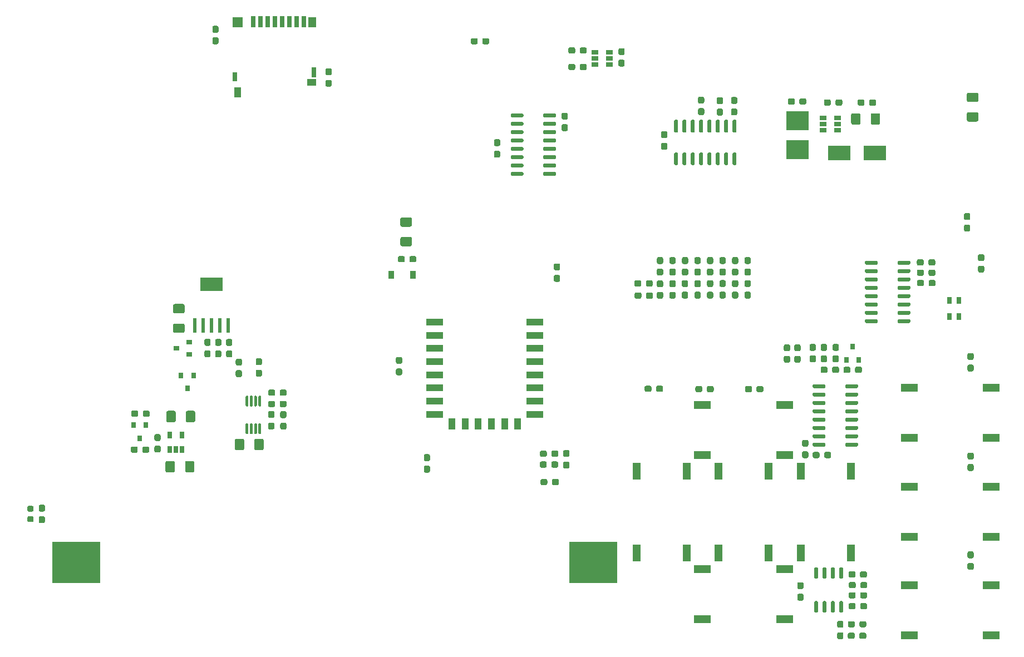
<source format=gtp>
%TF.GenerationSoftware,KiCad,Pcbnew,5.1.6*%
%TF.CreationDate,2020-08-05T08:53:36+02:00*%
%TF.ProjectId,MCT_Labor_5529,4d43545f-4c61-4626-9f72-5f353532392e,rev?*%
%TF.SameCoordinates,Original*%
%TF.FileFunction,Paste,Top*%
%TF.FilePolarity,Positive*%
%FSLAX46Y46*%
G04 Gerber Fmt 4.6, Leading zero omitted, Abs format (unit mm)*
G04 Created by KiCad (PCBNEW 5.1.6) date 2020-08-05 08:53:36*
%MOMM*%
%LPD*%
G01*
G04 APERTURE LIST*
%ADD10R,7.340000X6.350000*%
%ADD11R,0.600000X2.200000*%
%ADD12R,3.450000X2.150000*%
%ADD13R,0.650000X1.060000*%
%ADD14R,2.500000X1.000000*%
%ADD15R,1.000000X1.800000*%
%ADD16R,2.500000X1.200000*%
%ADD17R,1.200000X2.500000*%
%ADD18R,0.800000X0.900000*%
%ADD19R,1.000000X1.550000*%
%ADD20R,1.500000X1.500000*%
%ADD21R,0.700000X1.750000*%
%ADD22R,0.800000X1.400000*%
%ADD23R,1.450000X1.000000*%
%ADD24R,0.800000X1.500000*%
%ADD25R,1.300000X1.500000*%
%ADD26R,0.900000X0.800000*%
%ADD27R,0.900000X1.200000*%
%ADD28R,0.800000X1.000000*%
%ADD29R,3.500000X2.300000*%
%ADD30R,3.400000X3.000000*%
%ADD31R,1.060000X0.650000*%
G04 APERTURE END LIST*
D10*
%TO.C,BT1*%
X137100000Y-136120000D03*
X58440000Y-136120000D03*
%TD*%
%TO.C,U3*%
G36*
G01*
X177399680Y-118093480D02*
X177399680Y-118393480D01*
G75*
G02*
X177249680Y-118543480I-150000J0D01*
G01*
X175599680Y-118543480D01*
G75*
G02*
X175449680Y-118393480I0J150000D01*
G01*
X175449680Y-118093480D01*
G75*
G02*
X175599680Y-117943480I150000J0D01*
G01*
X177249680Y-117943480D01*
G75*
G02*
X177399680Y-118093480I0J-150000D01*
G01*
G37*
G36*
G01*
X177399680Y-116823480D02*
X177399680Y-117123480D01*
G75*
G02*
X177249680Y-117273480I-150000J0D01*
G01*
X175599680Y-117273480D01*
G75*
G02*
X175449680Y-117123480I0J150000D01*
G01*
X175449680Y-116823480D01*
G75*
G02*
X175599680Y-116673480I150000J0D01*
G01*
X177249680Y-116673480D01*
G75*
G02*
X177399680Y-116823480I0J-150000D01*
G01*
G37*
G36*
G01*
X177399680Y-115553480D02*
X177399680Y-115853480D01*
G75*
G02*
X177249680Y-116003480I-150000J0D01*
G01*
X175599680Y-116003480D01*
G75*
G02*
X175449680Y-115853480I0J150000D01*
G01*
X175449680Y-115553480D01*
G75*
G02*
X175599680Y-115403480I150000J0D01*
G01*
X177249680Y-115403480D01*
G75*
G02*
X177399680Y-115553480I0J-150000D01*
G01*
G37*
G36*
G01*
X177399680Y-114283480D02*
X177399680Y-114583480D01*
G75*
G02*
X177249680Y-114733480I-150000J0D01*
G01*
X175599680Y-114733480D01*
G75*
G02*
X175449680Y-114583480I0J150000D01*
G01*
X175449680Y-114283480D01*
G75*
G02*
X175599680Y-114133480I150000J0D01*
G01*
X177249680Y-114133480D01*
G75*
G02*
X177399680Y-114283480I0J-150000D01*
G01*
G37*
G36*
G01*
X177399680Y-113013480D02*
X177399680Y-113313480D01*
G75*
G02*
X177249680Y-113463480I-150000J0D01*
G01*
X175599680Y-113463480D01*
G75*
G02*
X175449680Y-113313480I0J150000D01*
G01*
X175449680Y-113013480D01*
G75*
G02*
X175599680Y-112863480I150000J0D01*
G01*
X177249680Y-112863480D01*
G75*
G02*
X177399680Y-113013480I0J-150000D01*
G01*
G37*
G36*
G01*
X177399680Y-111743480D02*
X177399680Y-112043480D01*
G75*
G02*
X177249680Y-112193480I-150000J0D01*
G01*
X175599680Y-112193480D01*
G75*
G02*
X175449680Y-112043480I0J150000D01*
G01*
X175449680Y-111743480D01*
G75*
G02*
X175599680Y-111593480I150000J0D01*
G01*
X177249680Y-111593480D01*
G75*
G02*
X177399680Y-111743480I0J-150000D01*
G01*
G37*
G36*
G01*
X177399680Y-110473480D02*
X177399680Y-110773480D01*
G75*
G02*
X177249680Y-110923480I-150000J0D01*
G01*
X175599680Y-110923480D01*
G75*
G02*
X175449680Y-110773480I0J150000D01*
G01*
X175449680Y-110473480D01*
G75*
G02*
X175599680Y-110323480I150000J0D01*
G01*
X177249680Y-110323480D01*
G75*
G02*
X177399680Y-110473480I0J-150000D01*
G01*
G37*
G36*
G01*
X177399680Y-109203480D02*
X177399680Y-109503480D01*
G75*
G02*
X177249680Y-109653480I-150000J0D01*
G01*
X175599680Y-109653480D01*
G75*
G02*
X175449680Y-109503480I0J150000D01*
G01*
X175449680Y-109203480D01*
G75*
G02*
X175599680Y-109053480I150000J0D01*
G01*
X177249680Y-109053480D01*
G75*
G02*
X177399680Y-109203480I0J-150000D01*
G01*
G37*
G36*
G01*
X172449680Y-109203480D02*
X172449680Y-109503480D01*
G75*
G02*
X172299680Y-109653480I-150000J0D01*
G01*
X170649680Y-109653480D01*
G75*
G02*
X170499680Y-109503480I0J150000D01*
G01*
X170499680Y-109203480D01*
G75*
G02*
X170649680Y-109053480I150000J0D01*
G01*
X172299680Y-109053480D01*
G75*
G02*
X172449680Y-109203480I0J-150000D01*
G01*
G37*
G36*
G01*
X172449680Y-110473480D02*
X172449680Y-110773480D01*
G75*
G02*
X172299680Y-110923480I-150000J0D01*
G01*
X170649680Y-110923480D01*
G75*
G02*
X170499680Y-110773480I0J150000D01*
G01*
X170499680Y-110473480D01*
G75*
G02*
X170649680Y-110323480I150000J0D01*
G01*
X172299680Y-110323480D01*
G75*
G02*
X172449680Y-110473480I0J-150000D01*
G01*
G37*
G36*
G01*
X172449680Y-111743480D02*
X172449680Y-112043480D01*
G75*
G02*
X172299680Y-112193480I-150000J0D01*
G01*
X170649680Y-112193480D01*
G75*
G02*
X170499680Y-112043480I0J150000D01*
G01*
X170499680Y-111743480D01*
G75*
G02*
X170649680Y-111593480I150000J0D01*
G01*
X172299680Y-111593480D01*
G75*
G02*
X172449680Y-111743480I0J-150000D01*
G01*
G37*
G36*
G01*
X172449680Y-113013480D02*
X172449680Y-113313480D01*
G75*
G02*
X172299680Y-113463480I-150000J0D01*
G01*
X170649680Y-113463480D01*
G75*
G02*
X170499680Y-113313480I0J150000D01*
G01*
X170499680Y-113013480D01*
G75*
G02*
X170649680Y-112863480I150000J0D01*
G01*
X172299680Y-112863480D01*
G75*
G02*
X172449680Y-113013480I0J-150000D01*
G01*
G37*
G36*
G01*
X172449680Y-114283480D02*
X172449680Y-114583480D01*
G75*
G02*
X172299680Y-114733480I-150000J0D01*
G01*
X170649680Y-114733480D01*
G75*
G02*
X170499680Y-114583480I0J150000D01*
G01*
X170499680Y-114283480D01*
G75*
G02*
X170649680Y-114133480I150000J0D01*
G01*
X172299680Y-114133480D01*
G75*
G02*
X172449680Y-114283480I0J-150000D01*
G01*
G37*
G36*
G01*
X172449680Y-115553480D02*
X172449680Y-115853480D01*
G75*
G02*
X172299680Y-116003480I-150000J0D01*
G01*
X170649680Y-116003480D01*
G75*
G02*
X170499680Y-115853480I0J150000D01*
G01*
X170499680Y-115553480D01*
G75*
G02*
X170649680Y-115403480I150000J0D01*
G01*
X172299680Y-115403480D01*
G75*
G02*
X172449680Y-115553480I0J-150000D01*
G01*
G37*
G36*
G01*
X172449680Y-116823480D02*
X172449680Y-117123480D01*
G75*
G02*
X172299680Y-117273480I-150000J0D01*
G01*
X170649680Y-117273480D01*
G75*
G02*
X170499680Y-117123480I0J150000D01*
G01*
X170499680Y-116823480D01*
G75*
G02*
X170649680Y-116673480I150000J0D01*
G01*
X172299680Y-116673480D01*
G75*
G02*
X172449680Y-116823480I0J-150000D01*
G01*
G37*
G36*
G01*
X172449680Y-118093480D02*
X172449680Y-118393480D01*
G75*
G02*
X172299680Y-118543480I-150000J0D01*
G01*
X170649680Y-118543480D01*
G75*
G02*
X170499680Y-118393480I0J150000D01*
G01*
X170499680Y-118093480D01*
G75*
G02*
X170649680Y-117943480I150000J0D01*
G01*
X172299680Y-117943480D01*
G75*
G02*
X172449680Y-118093480I0J-150000D01*
G01*
G37*
%TD*%
%TO.C,R49*%
G36*
G01*
X67887420Y-113276500D02*
X67887420Y-113751500D01*
G75*
G02*
X67649920Y-113989000I-237500J0D01*
G01*
X67074920Y-113989000D01*
G75*
G02*
X66837420Y-113751500I0J237500D01*
G01*
X66837420Y-113276500D01*
G75*
G02*
X67074920Y-113039000I237500J0D01*
G01*
X67649920Y-113039000D01*
G75*
G02*
X67887420Y-113276500I0J-237500D01*
G01*
G37*
G36*
G01*
X69637420Y-113276500D02*
X69637420Y-113751500D01*
G75*
G02*
X69399920Y-113989000I-237500J0D01*
G01*
X68824920Y-113989000D01*
G75*
G02*
X68587420Y-113751500I0J237500D01*
G01*
X68587420Y-113276500D01*
G75*
G02*
X68824920Y-113039000I237500J0D01*
G01*
X69399920Y-113039000D01*
G75*
G02*
X69637420Y-113276500I0J-237500D01*
G01*
G37*
%TD*%
D11*
%TO.C,U12*%
X76474640Y-100121180D03*
X81554640Y-100121180D03*
X79014640Y-100121180D03*
D12*
X79014640Y-93821180D03*
D11*
X77744640Y-100121180D03*
X80284640Y-100121180D03*
%TD*%
D13*
%TO.C,U11*%
X72656980Y-116765020D03*
X74556980Y-116765020D03*
X74556980Y-118965020D03*
X73606980Y-118965020D03*
X72656980Y-118965020D03*
%TD*%
%TO.C,U9*%
G36*
G01*
X86290440Y-115012120D02*
X86490440Y-115012120D01*
G75*
G02*
X86590440Y-115112120I0J-100000D01*
G01*
X86590440Y-116537120D01*
G75*
G02*
X86490440Y-116637120I-100000J0D01*
G01*
X86290440Y-116637120D01*
G75*
G02*
X86190440Y-116537120I0J100000D01*
G01*
X86190440Y-115112120D01*
G75*
G02*
X86290440Y-115012120I100000J0D01*
G01*
G37*
G36*
G01*
X85640440Y-115012120D02*
X85840440Y-115012120D01*
G75*
G02*
X85940440Y-115112120I0J-100000D01*
G01*
X85940440Y-116537120D01*
G75*
G02*
X85840440Y-116637120I-100000J0D01*
G01*
X85640440Y-116637120D01*
G75*
G02*
X85540440Y-116537120I0J100000D01*
G01*
X85540440Y-115112120D01*
G75*
G02*
X85640440Y-115012120I100000J0D01*
G01*
G37*
G36*
G01*
X84990440Y-115012120D02*
X85190440Y-115012120D01*
G75*
G02*
X85290440Y-115112120I0J-100000D01*
G01*
X85290440Y-116537120D01*
G75*
G02*
X85190440Y-116637120I-100000J0D01*
G01*
X84990440Y-116637120D01*
G75*
G02*
X84890440Y-116537120I0J100000D01*
G01*
X84890440Y-115112120D01*
G75*
G02*
X84990440Y-115012120I100000J0D01*
G01*
G37*
G36*
G01*
X84340440Y-115012120D02*
X84540440Y-115012120D01*
G75*
G02*
X84640440Y-115112120I0J-100000D01*
G01*
X84640440Y-116537120D01*
G75*
G02*
X84540440Y-116637120I-100000J0D01*
G01*
X84340440Y-116637120D01*
G75*
G02*
X84240440Y-116537120I0J100000D01*
G01*
X84240440Y-115112120D01*
G75*
G02*
X84340440Y-115012120I100000J0D01*
G01*
G37*
G36*
G01*
X84340440Y-110787120D02*
X84540440Y-110787120D01*
G75*
G02*
X84640440Y-110887120I0J-100000D01*
G01*
X84640440Y-112312120D01*
G75*
G02*
X84540440Y-112412120I-100000J0D01*
G01*
X84340440Y-112412120D01*
G75*
G02*
X84240440Y-112312120I0J100000D01*
G01*
X84240440Y-110887120D01*
G75*
G02*
X84340440Y-110787120I100000J0D01*
G01*
G37*
G36*
G01*
X84990440Y-110787120D02*
X85190440Y-110787120D01*
G75*
G02*
X85290440Y-110887120I0J-100000D01*
G01*
X85290440Y-112312120D01*
G75*
G02*
X85190440Y-112412120I-100000J0D01*
G01*
X84990440Y-112412120D01*
G75*
G02*
X84890440Y-112312120I0J100000D01*
G01*
X84890440Y-110887120D01*
G75*
G02*
X84990440Y-110787120I100000J0D01*
G01*
G37*
G36*
G01*
X85640440Y-110787120D02*
X85840440Y-110787120D01*
G75*
G02*
X85940440Y-110887120I0J-100000D01*
G01*
X85940440Y-112312120D01*
G75*
G02*
X85840440Y-112412120I-100000J0D01*
G01*
X85640440Y-112412120D01*
G75*
G02*
X85540440Y-112312120I0J100000D01*
G01*
X85540440Y-110887120D01*
G75*
G02*
X85640440Y-110787120I100000J0D01*
G01*
G37*
G36*
G01*
X86290440Y-110787120D02*
X86490440Y-110787120D01*
G75*
G02*
X86590440Y-110887120I0J-100000D01*
G01*
X86590440Y-112312120D01*
G75*
G02*
X86490440Y-112412120I-100000J0D01*
G01*
X86290440Y-112412120D01*
G75*
G02*
X86190440Y-112312120I0J100000D01*
G01*
X86190440Y-110887120D01*
G75*
G02*
X86290440Y-110787120I100000J0D01*
G01*
G37*
%TD*%
D14*
%TO.C,U7*%
X128230000Y-99600000D03*
X128230000Y-101600000D03*
X128230000Y-103600000D03*
X128230000Y-105600000D03*
X128230000Y-107600000D03*
X128230000Y-109600000D03*
X128230000Y-111600000D03*
X128230000Y-113600000D03*
D15*
X125630000Y-115100000D03*
X123630000Y-115100000D03*
X121630000Y-115100000D03*
X119630000Y-115100000D03*
X117630000Y-115100000D03*
X115630000Y-115100000D03*
D14*
X113030000Y-113600000D03*
X113030000Y-111600000D03*
X113030000Y-109600000D03*
X113030000Y-107600000D03*
X113030000Y-105600000D03*
X113030000Y-103600000D03*
X113030000Y-101600000D03*
X113030000Y-99600000D03*
%TD*%
%TO.C,U6*%
G36*
G01*
X149878240Y-70745120D02*
X149578240Y-70745120D01*
G75*
G02*
X149428240Y-70595120I0J150000D01*
G01*
X149428240Y-68945120D01*
G75*
G02*
X149578240Y-68795120I150000J0D01*
G01*
X149878240Y-68795120D01*
G75*
G02*
X150028240Y-68945120I0J-150000D01*
G01*
X150028240Y-70595120D01*
G75*
G02*
X149878240Y-70745120I-150000J0D01*
G01*
G37*
G36*
G01*
X151148240Y-70745120D02*
X150848240Y-70745120D01*
G75*
G02*
X150698240Y-70595120I0J150000D01*
G01*
X150698240Y-68945120D01*
G75*
G02*
X150848240Y-68795120I150000J0D01*
G01*
X151148240Y-68795120D01*
G75*
G02*
X151298240Y-68945120I0J-150000D01*
G01*
X151298240Y-70595120D01*
G75*
G02*
X151148240Y-70745120I-150000J0D01*
G01*
G37*
G36*
G01*
X152418240Y-70745120D02*
X152118240Y-70745120D01*
G75*
G02*
X151968240Y-70595120I0J150000D01*
G01*
X151968240Y-68945120D01*
G75*
G02*
X152118240Y-68795120I150000J0D01*
G01*
X152418240Y-68795120D01*
G75*
G02*
X152568240Y-68945120I0J-150000D01*
G01*
X152568240Y-70595120D01*
G75*
G02*
X152418240Y-70745120I-150000J0D01*
G01*
G37*
G36*
G01*
X153688240Y-70745120D02*
X153388240Y-70745120D01*
G75*
G02*
X153238240Y-70595120I0J150000D01*
G01*
X153238240Y-68945120D01*
G75*
G02*
X153388240Y-68795120I150000J0D01*
G01*
X153688240Y-68795120D01*
G75*
G02*
X153838240Y-68945120I0J-150000D01*
G01*
X153838240Y-70595120D01*
G75*
G02*
X153688240Y-70745120I-150000J0D01*
G01*
G37*
G36*
G01*
X154958240Y-70745120D02*
X154658240Y-70745120D01*
G75*
G02*
X154508240Y-70595120I0J150000D01*
G01*
X154508240Y-68945120D01*
G75*
G02*
X154658240Y-68795120I150000J0D01*
G01*
X154958240Y-68795120D01*
G75*
G02*
X155108240Y-68945120I0J-150000D01*
G01*
X155108240Y-70595120D01*
G75*
G02*
X154958240Y-70745120I-150000J0D01*
G01*
G37*
G36*
G01*
X156228240Y-70745120D02*
X155928240Y-70745120D01*
G75*
G02*
X155778240Y-70595120I0J150000D01*
G01*
X155778240Y-68945120D01*
G75*
G02*
X155928240Y-68795120I150000J0D01*
G01*
X156228240Y-68795120D01*
G75*
G02*
X156378240Y-68945120I0J-150000D01*
G01*
X156378240Y-70595120D01*
G75*
G02*
X156228240Y-70745120I-150000J0D01*
G01*
G37*
G36*
G01*
X157498240Y-70745120D02*
X157198240Y-70745120D01*
G75*
G02*
X157048240Y-70595120I0J150000D01*
G01*
X157048240Y-68945120D01*
G75*
G02*
X157198240Y-68795120I150000J0D01*
G01*
X157498240Y-68795120D01*
G75*
G02*
X157648240Y-68945120I0J-150000D01*
G01*
X157648240Y-70595120D01*
G75*
G02*
X157498240Y-70745120I-150000J0D01*
G01*
G37*
G36*
G01*
X158768240Y-70745120D02*
X158468240Y-70745120D01*
G75*
G02*
X158318240Y-70595120I0J150000D01*
G01*
X158318240Y-68945120D01*
G75*
G02*
X158468240Y-68795120I150000J0D01*
G01*
X158768240Y-68795120D01*
G75*
G02*
X158918240Y-68945120I0J-150000D01*
G01*
X158918240Y-70595120D01*
G75*
G02*
X158768240Y-70745120I-150000J0D01*
G01*
G37*
G36*
G01*
X158768240Y-75695120D02*
X158468240Y-75695120D01*
G75*
G02*
X158318240Y-75545120I0J150000D01*
G01*
X158318240Y-73895120D01*
G75*
G02*
X158468240Y-73745120I150000J0D01*
G01*
X158768240Y-73745120D01*
G75*
G02*
X158918240Y-73895120I0J-150000D01*
G01*
X158918240Y-75545120D01*
G75*
G02*
X158768240Y-75695120I-150000J0D01*
G01*
G37*
G36*
G01*
X157498240Y-75695120D02*
X157198240Y-75695120D01*
G75*
G02*
X157048240Y-75545120I0J150000D01*
G01*
X157048240Y-73895120D01*
G75*
G02*
X157198240Y-73745120I150000J0D01*
G01*
X157498240Y-73745120D01*
G75*
G02*
X157648240Y-73895120I0J-150000D01*
G01*
X157648240Y-75545120D01*
G75*
G02*
X157498240Y-75695120I-150000J0D01*
G01*
G37*
G36*
G01*
X156228240Y-75695120D02*
X155928240Y-75695120D01*
G75*
G02*
X155778240Y-75545120I0J150000D01*
G01*
X155778240Y-73895120D01*
G75*
G02*
X155928240Y-73745120I150000J0D01*
G01*
X156228240Y-73745120D01*
G75*
G02*
X156378240Y-73895120I0J-150000D01*
G01*
X156378240Y-75545120D01*
G75*
G02*
X156228240Y-75695120I-150000J0D01*
G01*
G37*
G36*
G01*
X154958240Y-75695120D02*
X154658240Y-75695120D01*
G75*
G02*
X154508240Y-75545120I0J150000D01*
G01*
X154508240Y-73895120D01*
G75*
G02*
X154658240Y-73745120I150000J0D01*
G01*
X154958240Y-73745120D01*
G75*
G02*
X155108240Y-73895120I0J-150000D01*
G01*
X155108240Y-75545120D01*
G75*
G02*
X154958240Y-75695120I-150000J0D01*
G01*
G37*
G36*
G01*
X153688240Y-75695120D02*
X153388240Y-75695120D01*
G75*
G02*
X153238240Y-75545120I0J150000D01*
G01*
X153238240Y-73895120D01*
G75*
G02*
X153388240Y-73745120I150000J0D01*
G01*
X153688240Y-73745120D01*
G75*
G02*
X153838240Y-73895120I0J-150000D01*
G01*
X153838240Y-75545120D01*
G75*
G02*
X153688240Y-75695120I-150000J0D01*
G01*
G37*
G36*
G01*
X152418240Y-75695120D02*
X152118240Y-75695120D01*
G75*
G02*
X151968240Y-75545120I0J150000D01*
G01*
X151968240Y-73895120D01*
G75*
G02*
X152118240Y-73745120I150000J0D01*
G01*
X152418240Y-73745120D01*
G75*
G02*
X152568240Y-73895120I0J-150000D01*
G01*
X152568240Y-75545120D01*
G75*
G02*
X152418240Y-75695120I-150000J0D01*
G01*
G37*
G36*
G01*
X151148240Y-75695120D02*
X150848240Y-75695120D01*
G75*
G02*
X150698240Y-75545120I0J150000D01*
G01*
X150698240Y-73895120D01*
G75*
G02*
X150848240Y-73745120I150000J0D01*
G01*
X151148240Y-73745120D01*
G75*
G02*
X151298240Y-73895120I0J-150000D01*
G01*
X151298240Y-75545120D01*
G75*
G02*
X151148240Y-75695120I-150000J0D01*
G01*
G37*
G36*
G01*
X149878240Y-75695120D02*
X149578240Y-75695120D01*
G75*
G02*
X149428240Y-75545120I0J150000D01*
G01*
X149428240Y-73895120D01*
G75*
G02*
X149578240Y-73745120I150000J0D01*
G01*
X149878240Y-73745120D01*
G75*
G02*
X150028240Y-73895120I0J-150000D01*
G01*
X150028240Y-75545120D01*
G75*
G02*
X149878240Y-75695120I-150000J0D01*
G01*
G37*
%TD*%
%TO.C,U4*%
G36*
G01*
X129496000Y-68289440D02*
X129496000Y-67989440D01*
G75*
G02*
X129646000Y-67839440I150000J0D01*
G01*
X131296000Y-67839440D01*
G75*
G02*
X131446000Y-67989440I0J-150000D01*
G01*
X131446000Y-68289440D01*
G75*
G02*
X131296000Y-68439440I-150000J0D01*
G01*
X129646000Y-68439440D01*
G75*
G02*
X129496000Y-68289440I0J150000D01*
G01*
G37*
G36*
G01*
X129496000Y-69559440D02*
X129496000Y-69259440D01*
G75*
G02*
X129646000Y-69109440I150000J0D01*
G01*
X131296000Y-69109440D01*
G75*
G02*
X131446000Y-69259440I0J-150000D01*
G01*
X131446000Y-69559440D01*
G75*
G02*
X131296000Y-69709440I-150000J0D01*
G01*
X129646000Y-69709440D01*
G75*
G02*
X129496000Y-69559440I0J150000D01*
G01*
G37*
G36*
G01*
X129496000Y-70829440D02*
X129496000Y-70529440D01*
G75*
G02*
X129646000Y-70379440I150000J0D01*
G01*
X131296000Y-70379440D01*
G75*
G02*
X131446000Y-70529440I0J-150000D01*
G01*
X131446000Y-70829440D01*
G75*
G02*
X131296000Y-70979440I-150000J0D01*
G01*
X129646000Y-70979440D01*
G75*
G02*
X129496000Y-70829440I0J150000D01*
G01*
G37*
G36*
G01*
X129496000Y-72099440D02*
X129496000Y-71799440D01*
G75*
G02*
X129646000Y-71649440I150000J0D01*
G01*
X131296000Y-71649440D01*
G75*
G02*
X131446000Y-71799440I0J-150000D01*
G01*
X131446000Y-72099440D01*
G75*
G02*
X131296000Y-72249440I-150000J0D01*
G01*
X129646000Y-72249440D01*
G75*
G02*
X129496000Y-72099440I0J150000D01*
G01*
G37*
G36*
G01*
X129496000Y-73369440D02*
X129496000Y-73069440D01*
G75*
G02*
X129646000Y-72919440I150000J0D01*
G01*
X131296000Y-72919440D01*
G75*
G02*
X131446000Y-73069440I0J-150000D01*
G01*
X131446000Y-73369440D01*
G75*
G02*
X131296000Y-73519440I-150000J0D01*
G01*
X129646000Y-73519440D01*
G75*
G02*
X129496000Y-73369440I0J150000D01*
G01*
G37*
G36*
G01*
X129496000Y-74639440D02*
X129496000Y-74339440D01*
G75*
G02*
X129646000Y-74189440I150000J0D01*
G01*
X131296000Y-74189440D01*
G75*
G02*
X131446000Y-74339440I0J-150000D01*
G01*
X131446000Y-74639440D01*
G75*
G02*
X131296000Y-74789440I-150000J0D01*
G01*
X129646000Y-74789440D01*
G75*
G02*
X129496000Y-74639440I0J150000D01*
G01*
G37*
G36*
G01*
X129496000Y-75909440D02*
X129496000Y-75609440D01*
G75*
G02*
X129646000Y-75459440I150000J0D01*
G01*
X131296000Y-75459440D01*
G75*
G02*
X131446000Y-75609440I0J-150000D01*
G01*
X131446000Y-75909440D01*
G75*
G02*
X131296000Y-76059440I-150000J0D01*
G01*
X129646000Y-76059440D01*
G75*
G02*
X129496000Y-75909440I0J150000D01*
G01*
G37*
G36*
G01*
X129496000Y-77179440D02*
X129496000Y-76879440D01*
G75*
G02*
X129646000Y-76729440I150000J0D01*
G01*
X131296000Y-76729440D01*
G75*
G02*
X131446000Y-76879440I0J-150000D01*
G01*
X131446000Y-77179440D01*
G75*
G02*
X131296000Y-77329440I-150000J0D01*
G01*
X129646000Y-77329440D01*
G75*
G02*
X129496000Y-77179440I0J150000D01*
G01*
G37*
G36*
G01*
X124546000Y-77179440D02*
X124546000Y-76879440D01*
G75*
G02*
X124696000Y-76729440I150000J0D01*
G01*
X126346000Y-76729440D01*
G75*
G02*
X126496000Y-76879440I0J-150000D01*
G01*
X126496000Y-77179440D01*
G75*
G02*
X126346000Y-77329440I-150000J0D01*
G01*
X124696000Y-77329440D01*
G75*
G02*
X124546000Y-77179440I0J150000D01*
G01*
G37*
G36*
G01*
X124546000Y-75909440D02*
X124546000Y-75609440D01*
G75*
G02*
X124696000Y-75459440I150000J0D01*
G01*
X126346000Y-75459440D01*
G75*
G02*
X126496000Y-75609440I0J-150000D01*
G01*
X126496000Y-75909440D01*
G75*
G02*
X126346000Y-76059440I-150000J0D01*
G01*
X124696000Y-76059440D01*
G75*
G02*
X124546000Y-75909440I0J150000D01*
G01*
G37*
G36*
G01*
X124546000Y-74639440D02*
X124546000Y-74339440D01*
G75*
G02*
X124696000Y-74189440I150000J0D01*
G01*
X126346000Y-74189440D01*
G75*
G02*
X126496000Y-74339440I0J-150000D01*
G01*
X126496000Y-74639440D01*
G75*
G02*
X126346000Y-74789440I-150000J0D01*
G01*
X124696000Y-74789440D01*
G75*
G02*
X124546000Y-74639440I0J150000D01*
G01*
G37*
G36*
G01*
X124546000Y-73369440D02*
X124546000Y-73069440D01*
G75*
G02*
X124696000Y-72919440I150000J0D01*
G01*
X126346000Y-72919440D01*
G75*
G02*
X126496000Y-73069440I0J-150000D01*
G01*
X126496000Y-73369440D01*
G75*
G02*
X126346000Y-73519440I-150000J0D01*
G01*
X124696000Y-73519440D01*
G75*
G02*
X124546000Y-73369440I0J150000D01*
G01*
G37*
G36*
G01*
X124546000Y-72099440D02*
X124546000Y-71799440D01*
G75*
G02*
X124696000Y-71649440I150000J0D01*
G01*
X126346000Y-71649440D01*
G75*
G02*
X126496000Y-71799440I0J-150000D01*
G01*
X126496000Y-72099440D01*
G75*
G02*
X126346000Y-72249440I-150000J0D01*
G01*
X124696000Y-72249440D01*
G75*
G02*
X124546000Y-72099440I0J150000D01*
G01*
G37*
G36*
G01*
X124546000Y-70829440D02*
X124546000Y-70529440D01*
G75*
G02*
X124696000Y-70379440I150000J0D01*
G01*
X126346000Y-70379440D01*
G75*
G02*
X126496000Y-70529440I0J-150000D01*
G01*
X126496000Y-70829440D01*
G75*
G02*
X126346000Y-70979440I-150000J0D01*
G01*
X124696000Y-70979440D01*
G75*
G02*
X124546000Y-70829440I0J150000D01*
G01*
G37*
G36*
G01*
X124546000Y-69559440D02*
X124546000Y-69259440D01*
G75*
G02*
X124696000Y-69109440I150000J0D01*
G01*
X126346000Y-69109440D01*
G75*
G02*
X126496000Y-69259440I0J-150000D01*
G01*
X126496000Y-69559440D01*
G75*
G02*
X126346000Y-69709440I-150000J0D01*
G01*
X124696000Y-69709440D01*
G75*
G02*
X124546000Y-69559440I0J150000D01*
G01*
G37*
G36*
G01*
X124546000Y-68289440D02*
X124546000Y-67989440D01*
G75*
G02*
X124696000Y-67839440I150000J0D01*
G01*
X126346000Y-67839440D01*
G75*
G02*
X126496000Y-67989440I0J-150000D01*
G01*
X126496000Y-68289440D01*
G75*
G02*
X126346000Y-68439440I-150000J0D01*
G01*
X124696000Y-68439440D01*
G75*
G02*
X124546000Y-68289440I0J150000D01*
G01*
G37*
%TD*%
%TO.C,U2*%
G36*
G01*
X178454960Y-90697320D02*
X178454960Y-90397320D01*
G75*
G02*
X178604960Y-90247320I150000J0D01*
G01*
X180254960Y-90247320D01*
G75*
G02*
X180404960Y-90397320I0J-150000D01*
G01*
X180404960Y-90697320D01*
G75*
G02*
X180254960Y-90847320I-150000J0D01*
G01*
X178604960Y-90847320D01*
G75*
G02*
X178454960Y-90697320I0J150000D01*
G01*
G37*
G36*
G01*
X178454960Y-91967320D02*
X178454960Y-91667320D01*
G75*
G02*
X178604960Y-91517320I150000J0D01*
G01*
X180254960Y-91517320D01*
G75*
G02*
X180404960Y-91667320I0J-150000D01*
G01*
X180404960Y-91967320D01*
G75*
G02*
X180254960Y-92117320I-150000J0D01*
G01*
X178604960Y-92117320D01*
G75*
G02*
X178454960Y-91967320I0J150000D01*
G01*
G37*
G36*
G01*
X178454960Y-93237320D02*
X178454960Y-92937320D01*
G75*
G02*
X178604960Y-92787320I150000J0D01*
G01*
X180254960Y-92787320D01*
G75*
G02*
X180404960Y-92937320I0J-150000D01*
G01*
X180404960Y-93237320D01*
G75*
G02*
X180254960Y-93387320I-150000J0D01*
G01*
X178604960Y-93387320D01*
G75*
G02*
X178454960Y-93237320I0J150000D01*
G01*
G37*
G36*
G01*
X178454960Y-94507320D02*
X178454960Y-94207320D01*
G75*
G02*
X178604960Y-94057320I150000J0D01*
G01*
X180254960Y-94057320D01*
G75*
G02*
X180404960Y-94207320I0J-150000D01*
G01*
X180404960Y-94507320D01*
G75*
G02*
X180254960Y-94657320I-150000J0D01*
G01*
X178604960Y-94657320D01*
G75*
G02*
X178454960Y-94507320I0J150000D01*
G01*
G37*
G36*
G01*
X178454960Y-95777320D02*
X178454960Y-95477320D01*
G75*
G02*
X178604960Y-95327320I150000J0D01*
G01*
X180254960Y-95327320D01*
G75*
G02*
X180404960Y-95477320I0J-150000D01*
G01*
X180404960Y-95777320D01*
G75*
G02*
X180254960Y-95927320I-150000J0D01*
G01*
X178604960Y-95927320D01*
G75*
G02*
X178454960Y-95777320I0J150000D01*
G01*
G37*
G36*
G01*
X178454960Y-97047320D02*
X178454960Y-96747320D01*
G75*
G02*
X178604960Y-96597320I150000J0D01*
G01*
X180254960Y-96597320D01*
G75*
G02*
X180404960Y-96747320I0J-150000D01*
G01*
X180404960Y-97047320D01*
G75*
G02*
X180254960Y-97197320I-150000J0D01*
G01*
X178604960Y-97197320D01*
G75*
G02*
X178454960Y-97047320I0J150000D01*
G01*
G37*
G36*
G01*
X178454960Y-98317320D02*
X178454960Y-98017320D01*
G75*
G02*
X178604960Y-97867320I150000J0D01*
G01*
X180254960Y-97867320D01*
G75*
G02*
X180404960Y-98017320I0J-150000D01*
G01*
X180404960Y-98317320D01*
G75*
G02*
X180254960Y-98467320I-150000J0D01*
G01*
X178604960Y-98467320D01*
G75*
G02*
X178454960Y-98317320I0J150000D01*
G01*
G37*
G36*
G01*
X178454960Y-99587320D02*
X178454960Y-99287320D01*
G75*
G02*
X178604960Y-99137320I150000J0D01*
G01*
X180254960Y-99137320D01*
G75*
G02*
X180404960Y-99287320I0J-150000D01*
G01*
X180404960Y-99587320D01*
G75*
G02*
X180254960Y-99737320I-150000J0D01*
G01*
X178604960Y-99737320D01*
G75*
G02*
X178454960Y-99587320I0J150000D01*
G01*
G37*
G36*
G01*
X183404960Y-99587320D02*
X183404960Y-99287320D01*
G75*
G02*
X183554960Y-99137320I150000J0D01*
G01*
X185204960Y-99137320D01*
G75*
G02*
X185354960Y-99287320I0J-150000D01*
G01*
X185354960Y-99587320D01*
G75*
G02*
X185204960Y-99737320I-150000J0D01*
G01*
X183554960Y-99737320D01*
G75*
G02*
X183404960Y-99587320I0J150000D01*
G01*
G37*
G36*
G01*
X183404960Y-98317320D02*
X183404960Y-98017320D01*
G75*
G02*
X183554960Y-97867320I150000J0D01*
G01*
X185204960Y-97867320D01*
G75*
G02*
X185354960Y-98017320I0J-150000D01*
G01*
X185354960Y-98317320D01*
G75*
G02*
X185204960Y-98467320I-150000J0D01*
G01*
X183554960Y-98467320D01*
G75*
G02*
X183404960Y-98317320I0J150000D01*
G01*
G37*
G36*
G01*
X183404960Y-97047320D02*
X183404960Y-96747320D01*
G75*
G02*
X183554960Y-96597320I150000J0D01*
G01*
X185204960Y-96597320D01*
G75*
G02*
X185354960Y-96747320I0J-150000D01*
G01*
X185354960Y-97047320D01*
G75*
G02*
X185204960Y-97197320I-150000J0D01*
G01*
X183554960Y-97197320D01*
G75*
G02*
X183404960Y-97047320I0J150000D01*
G01*
G37*
G36*
G01*
X183404960Y-95777320D02*
X183404960Y-95477320D01*
G75*
G02*
X183554960Y-95327320I150000J0D01*
G01*
X185204960Y-95327320D01*
G75*
G02*
X185354960Y-95477320I0J-150000D01*
G01*
X185354960Y-95777320D01*
G75*
G02*
X185204960Y-95927320I-150000J0D01*
G01*
X183554960Y-95927320D01*
G75*
G02*
X183404960Y-95777320I0J150000D01*
G01*
G37*
G36*
G01*
X183404960Y-94507320D02*
X183404960Y-94207320D01*
G75*
G02*
X183554960Y-94057320I150000J0D01*
G01*
X185204960Y-94057320D01*
G75*
G02*
X185354960Y-94207320I0J-150000D01*
G01*
X185354960Y-94507320D01*
G75*
G02*
X185204960Y-94657320I-150000J0D01*
G01*
X183554960Y-94657320D01*
G75*
G02*
X183404960Y-94507320I0J150000D01*
G01*
G37*
G36*
G01*
X183404960Y-93237320D02*
X183404960Y-92937320D01*
G75*
G02*
X183554960Y-92787320I150000J0D01*
G01*
X185204960Y-92787320D01*
G75*
G02*
X185354960Y-92937320I0J-150000D01*
G01*
X185354960Y-93237320D01*
G75*
G02*
X185204960Y-93387320I-150000J0D01*
G01*
X183554960Y-93387320D01*
G75*
G02*
X183404960Y-93237320I0J150000D01*
G01*
G37*
G36*
G01*
X183404960Y-91967320D02*
X183404960Y-91667320D01*
G75*
G02*
X183554960Y-91517320I150000J0D01*
G01*
X185204960Y-91517320D01*
G75*
G02*
X185354960Y-91667320I0J-150000D01*
G01*
X185354960Y-91967320D01*
G75*
G02*
X185204960Y-92117320I-150000J0D01*
G01*
X183554960Y-92117320D01*
G75*
G02*
X183404960Y-91967320I0J150000D01*
G01*
G37*
G36*
G01*
X183404960Y-90697320D02*
X183404960Y-90397320D01*
G75*
G02*
X183554960Y-90247320I150000J0D01*
G01*
X185204960Y-90247320D01*
G75*
G02*
X185354960Y-90397320I0J-150000D01*
G01*
X185354960Y-90697320D01*
G75*
G02*
X185204960Y-90847320I-150000J0D01*
G01*
X183554960Y-90847320D01*
G75*
G02*
X183404960Y-90697320I0J150000D01*
G01*
G37*
%TD*%
D16*
%TO.C,SW_UP1*%
X166250000Y-119810000D03*
X153750000Y-119810000D03*
X166250000Y-112190000D03*
X153750000Y-112190000D03*
%TD*%
D17*
%TO.C,SW_RIGHT1*%
X168690000Y-134750000D03*
X168690000Y-122250000D03*
X176310000Y-134750000D03*
X176310000Y-122250000D03*
%TD*%
%TO.C,SW_LEFT1*%
X143690000Y-134750000D03*
X143690000Y-122250000D03*
X151310000Y-134750000D03*
X151310000Y-122250000D03*
%TD*%
D16*
%TO.C,SW_F3*%
X197685100Y-147221100D03*
X185185100Y-147221100D03*
X197685100Y-139601100D03*
X185185100Y-139601100D03*
%TD*%
%TO.C,SW_F2*%
X197685100Y-132221100D03*
X185185100Y-132221100D03*
X197685100Y-124601100D03*
X185185100Y-124601100D03*
%TD*%
%TO.C,SW_F1*%
X197685100Y-117221100D03*
X185185100Y-117221100D03*
X197685100Y-109601100D03*
X185185100Y-109601100D03*
%TD*%
%TO.C,SW_DOWN1*%
X166250000Y-144810000D03*
X153750000Y-144810000D03*
X166250000Y-137190000D03*
X153750000Y-137190000D03*
%TD*%
D17*
%TO.C,SW_CENTER1*%
X156190000Y-134750000D03*
X156190000Y-122250000D03*
X163810000Y-134750000D03*
X163810000Y-122250000D03*
%TD*%
%TO.C,R53*%
G36*
G01*
X81494940Y-102149580D02*
X81969940Y-102149580D01*
G75*
G02*
X82207440Y-102387080I0J-237500D01*
G01*
X82207440Y-102962080D01*
G75*
G02*
X81969940Y-103199580I-237500J0D01*
G01*
X81494940Y-103199580D01*
G75*
G02*
X81257440Y-102962080I0J237500D01*
G01*
X81257440Y-102387080D01*
G75*
G02*
X81494940Y-102149580I237500J0D01*
G01*
G37*
G36*
G01*
X81494940Y-103899580D02*
X81969940Y-103899580D01*
G75*
G02*
X82207440Y-104137080I0J-237500D01*
G01*
X82207440Y-104712080D01*
G75*
G02*
X81969940Y-104949580I-237500J0D01*
G01*
X81494940Y-104949580D01*
G75*
G02*
X81257440Y-104712080I0J237500D01*
G01*
X81257440Y-104137080D01*
G75*
G02*
X81494940Y-103899580I237500J0D01*
G01*
G37*
%TD*%
%TO.C,R52*%
G36*
G01*
X53476220Y-128421780D02*
X53001220Y-128421780D01*
G75*
G02*
X52763720Y-128184280I0J237500D01*
G01*
X52763720Y-127609280D01*
G75*
G02*
X53001220Y-127371780I237500J0D01*
G01*
X53476220Y-127371780D01*
G75*
G02*
X53713720Y-127609280I0J-237500D01*
G01*
X53713720Y-128184280D01*
G75*
G02*
X53476220Y-128421780I-237500J0D01*
G01*
G37*
G36*
G01*
X53476220Y-130171780D02*
X53001220Y-130171780D01*
G75*
G02*
X52763720Y-129934280I0J237500D01*
G01*
X52763720Y-129359280D01*
G75*
G02*
X53001220Y-129121780I237500J0D01*
G01*
X53476220Y-129121780D01*
G75*
G02*
X53713720Y-129359280I0J-237500D01*
G01*
X53713720Y-129934280D01*
G75*
G02*
X53476220Y-130171780I-237500J0D01*
G01*
G37*
%TD*%
%TO.C,R51*%
G36*
G01*
X67816300Y-118757820D02*
X67816300Y-119232820D01*
G75*
G02*
X67578800Y-119470320I-237500J0D01*
G01*
X67003800Y-119470320D01*
G75*
G02*
X66766300Y-119232820I0J237500D01*
G01*
X66766300Y-118757820D01*
G75*
G02*
X67003800Y-118520320I237500J0D01*
G01*
X67578800Y-118520320D01*
G75*
G02*
X67816300Y-118757820I0J-237500D01*
G01*
G37*
G36*
G01*
X69566300Y-118757820D02*
X69566300Y-119232820D01*
G75*
G02*
X69328800Y-119470320I-237500J0D01*
G01*
X68753800Y-119470320D01*
G75*
G02*
X68516300Y-119232820I0J237500D01*
G01*
X68516300Y-118757820D01*
G75*
G02*
X68753800Y-118520320I237500J0D01*
G01*
X69328800Y-118520320D01*
G75*
G02*
X69566300Y-118757820I0J-237500D01*
G01*
G37*
%TD*%
%TO.C,R50*%
G36*
G01*
X71068260Y-117677580D02*
X70593260Y-117677580D01*
G75*
G02*
X70355760Y-117440080I0J237500D01*
G01*
X70355760Y-116865080D01*
G75*
G02*
X70593260Y-116627580I237500J0D01*
G01*
X71068260Y-116627580D01*
G75*
G02*
X71305760Y-116865080I0J-237500D01*
G01*
X71305760Y-117440080D01*
G75*
G02*
X71068260Y-117677580I-237500J0D01*
G01*
G37*
G36*
G01*
X71068260Y-119427580D02*
X70593260Y-119427580D01*
G75*
G02*
X70355760Y-119190080I0J237500D01*
G01*
X70355760Y-118615080D01*
G75*
G02*
X70593260Y-118377580I237500J0D01*
G01*
X71068260Y-118377580D01*
G75*
G02*
X71305760Y-118615080I0J-237500D01*
G01*
X71305760Y-119190080D01*
G75*
G02*
X71068260Y-119427580I-237500J0D01*
G01*
G37*
%TD*%
%TO.C,R47*%
G36*
G01*
X166351260Y-104709840D02*
X166826260Y-104709840D01*
G75*
G02*
X167063760Y-104947340I0J-237500D01*
G01*
X167063760Y-105522340D01*
G75*
G02*
X166826260Y-105759840I-237500J0D01*
G01*
X166351260Y-105759840D01*
G75*
G02*
X166113760Y-105522340I0J237500D01*
G01*
X166113760Y-104947340D01*
G75*
G02*
X166351260Y-104709840I237500J0D01*
G01*
G37*
G36*
G01*
X166351260Y-102959840D02*
X166826260Y-102959840D01*
G75*
G02*
X167063760Y-103197340I0J-237500D01*
G01*
X167063760Y-103772340D01*
G75*
G02*
X166826260Y-104009840I-237500J0D01*
G01*
X166351260Y-104009840D01*
G75*
G02*
X166113760Y-103772340I0J237500D01*
G01*
X166113760Y-103197340D01*
G75*
G02*
X166351260Y-102959840I237500J0D01*
G01*
G37*
%TD*%
%TO.C,R46*%
G36*
G01*
X168426460Y-104009840D02*
X167951460Y-104009840D01*
G75*
G02*
X167713960Y-103772340I0J237500D01*
G01*
X167713960Y-103197340D01*
G75*
G02*
X167951460Y-102959840I237500J0D01*
G01*
X168426460Y-102959840D01*
G75*
G02*
X168663960Y-103197340I0J-237500D01*
G01*
X168663960Y-103772340D01*
G75*
G02*
X168426460Y-104009840I-237500J0D01*
G01*
G37*
G36*
G01*
X168426460Y-105759840D02*
X167951460Y-105759840D01*
G75*
G02*
X167713960Y-105522340I0J237500D01*
G01*
X167713960Y-104947340D01*
G75*
G02*
X167951460Y-104709840I237500J0D01*
G01*
X168426460Y-104709840D01*
G75*
G02*
X168663960Y-104947340I0J-237500D01*
G01*
X168663960Y-105522340D01*
G75*
G02*
X168426460Y-105759840I-237500J0D01*
G01*
G37*
%TD*%
%TO.C,R45*%
G36*
G01*
X173762980Y-104648880D02*
X174237980Y-104648880D01*
G75*
G02*
X174475480Y-104886380I0J-237500D01*
G01*
X174475480Y-105461380D01*
G75*
G02*
X174237980Y-105698880I-237500J0D01*
G01*
X173762980Y-105698880D01*
G75*
G02*
X173525480Y-105461380I0J237500D01*
G01*
X173525480Y-104886380D01*
G75*
G02*
X173762980Y-104648880I237500J0D01*
G01*
G37*
G36*
G01*
X173762980Y-102898880D02*
X174237980Y-102898880D01*
G75*
G02*
X174475480Y-103136380I0J-237500D01*
G01*
X174475480Y-103711380D01*
G75*
G02*
X174237980Y-103948880I-237500J0D01*
G01*
X173762980Y-103948880D01*
G75*
G02*
X173525480Y-103711380I0J237500D01*
G01*
X173525480Y-103136380D01*
G75*
G02*
X173762980Y-102898880I237500J0D01*
G01*
G37*
%TD*%
%TO.C,R44*%
G36*
G01*
X171964660Y-104653960D02*
X172439660Y-104653960D01*
G75*
G02*
X172677160Y-104891460I0J-237500D01*
G01*
X172677160Y-105466460D01*
G75*
G02*
X172439660Y-105703960I-237500J0D01*
G01*
X171964660Y-105703960D01*
G75*
G02*
X171727160Y-105466460I0J237500D01*
G01*
X171727160Y-104891460D01*
G75*
G02*
X171964660Y-104653960I237500J0D01*
G01*
G37*
G36*
G01*
X171964660Y-102903960D02*
X172439660Y-102903960D01*
G75*
G02*
X172677160Y-103141460I0J-237500D01*
G01*
X172677160Y-103716460D01*
G75*
G02*
X172439660Y-103953960I-237500J0D01*
G01*
X171964660Y-103953960D01*
G75*
G02*
X171727160Y-103716460I0J237500D01*
G01*
X171727160Y-103141460D01*
G75*
G02*
X171964660Y-102903960I237500J0D01*
G01*
G37*
%TD*%
%TO.C,R43*%
G36*
G01*
X170748020Y-103948880D02*
X170273020Y-103948880D01*
G75*
G02*
X170035520Y-103711380I0J237500D01*
G01*
X170035520Y-103136380D01*
G75*
G02*
X170273020Y-102898880I237500J0D01*
G01*
X170748020Y-102898880D01*
G75*
G02*
X170985520Y-103136380I0J-237500D01*
G01*
X170985520Y-103711380D01*
G75*
G02*
X170748020Y-103948880I-237500J0D01*
G01*
G37*
G36*
G01*
X170748020Y-105698880D02*
X170273020Y-105698880D01*
G75*
G02*
X170035520Y-105461380I0J237500D01*
G01*
X170035520Y-104886380D01*
G75*
G02*
X170273020Y-104648880I237500J0D01*
G01*
X170748020Y-104648880D01*
G75*
G02*
X170985520Y-104886380I0J-237500D01*
G01*
X170985520Y-105461380D01*
G75*
G02*
X170748020Y-105698880I-237500J0D01*
G01*
G37*
%TD*%
%TO.C,R42*%
G36*
G01*
X196369000Y-90288760D02*
X195894000Y-90288760D01*
G75*
G02*
X195656500Y-90051260I0J237500D01*
G01*
X195656500Y-89476260D01*
G75*
G02*
X195894000Y-89238760I237500J0D01*
G01*
X196369000Y-89238760D01*
G75*
G02*
X196606500Y-89476260I0J-237500D01*
G01*
X196606500Y-90051260D01*
G75*
G02*
X196369000Y-90288760I-237500J0D01*
G01*
G37*
G36*
G01*
X196369000Y-92038760D02*
X195894000Y-92038760D01*
G75*
G02*
X195656500Y-91801260I0J237500D01*
G01*
X195656500Y-91226260D01*
G75*
G02*
X195894000Y-90988760I237500J0D01*
G01*
X196369000Y-90988760D01*
G75*
G02*
X196606500Y-91226260I0J-237500D01*
G01*
X196606500Y-91801260D01*
G75*
G02*
X196369000Y-92038760I-237500J0D01*
G01*
G37*
%TD*%
%TO.C,R41*%
G36*
G01*
X172756400Y-106601380D02*
X172756400Y-107076380D01*
G75*
G02*
X172518900Y-107313880I-237500J0D01*
G01*
X171943900Y-107313880D01*
G75*
G02*
X171706400Y-107076380I0J237500D01*
G01*
X171706400Y-106601380D01*
G75*
G02*
X171943900Y-106363880I237500J0D01*
G01*
X172518900Y-106363880D01*
G75*
G02*
X172756400Y-106601380I0J-237500D01*
G01*
G37*
G36*
G01*
X174506400Y-106601380D02*
X174506400Y-107076380D01*
G75*
G02*
X174268900Y-107313880I-237500J0D01*
G01*
X173693900Y-107313880D01*
G75*
G02*
X173456400Y-107076380I0J237500D01*
G01*
X173456400Y-106601380D01*
G75*
G02*
X173693900Y-106363880I237500J0D01*
G01*
X174268900Y-106363880D01*
G75*
G02*
X174506400Y-106601380I0J-237500D01*
G01*
G37*
%TD*%
%TO.C,R40*%
G36*
G01*
X177991280Y-106606460D02*
X177991280Y-107081460D01*
G75*
G02*
X177753780Y-107318960I-237500J0D01*
G01*
X177178780Y-107318960D01*
G75*
G02*
X176941280Y-107081460I0J237500D01*
G01*
X176941280Y-106606460D01*
G75*
G02*
X177178780Y-106368960I237500J0D01*
G01*
X177753780Y-106368960D01*
G75*
G02*
X177991280Y-106606460I0J-237500D01*
G01*
G37*
G36*
G01*
X176241280Y-106606460D02*
X176241280Y-107081460D01*
G75*
G02*
X176003780Y-107318960I-237500J0D01*
G01*
X175428780Y-107318960D01*
G75*
G02*
X175191280Y-107081460I0J237500D01*
G01*
X175191280Y-106606460D01*
G75*
G02*
X175428780Y-106368960I237500J0D01*
G01*
X176003780Y-106368960D01*
G75*
G02*
X176241280Y-106606460I0J-237500D01*
G01*
G37*
%TD*%
%TO.C,R39*%
G36*
G01*
X194227780Y-84035280D02*
X193752780Y-84035280D01*
G75*
G02*
X193515280Y-83797780I0J237500D01*
G01*
X193515280Y-83222780D01*
G75*
G02*
X193752780Y-82985280I237500J0D01*
G01*
X194227780Y-82985280D01*
G75*
G02*
X194465280Y-83222780I0J-237500D01*
G01*
X194465280Y-83797780D01*
G75*
G02*
X194227780Y-84035280I-237500J0D01*
G01*
G37*
G36*
G01*
X194227780Y-85785280D02*
X193752780Y-85785280D01*
G75*
G02*
X193515280Y-85547780I0J237500D01*
G01*
X193515280Y-84972780D01*
G75*
G02*
X193752780Y-84735280I237500J0D01*
G01*
X194227780Y-84735280D01*
G75*
G02*
X194465280Y-84972780I0J-237500D01*
G01*
X194465280Y-85547780D01*
G75*
G02*
X194227780Y-85785280I-237500J0D01*
G01*
G37*
%TD*%
%TO.C,R38*%
G36*
G01*
X84000360Y-117575300D02*
X84000360Y-118825300D01*
G75*
G02*
X83750360Y-119075300I-250000J0D01*
G01*
X82825360Y-119075300D01*
G75*
G02*
X82575360Y-118825300I0J250000D01*
G01*
X82575360Y-117575300D01*
G75*
G02*
X82825360Y-117325300I250000J0D01*
G01*
X83750360Y-117325300D01*
G75*
G02*
X84000360Y-117575300I0J-250000D01*
G01*
G37*
G36*
G01*
X86975360Y-117575300D02*
X86975360Y-118825300D01*
G75*
G02*
X86725360Y-119075300I-250000J0D01*
G01*
X85800360Y-119075300D01*
G75*
G02*
X85550360Y-118825300I0J250000D01*
G01*
X85550360Y-117575300D01*
G75*
G02*
X85800360Y-117325300I250000J0D01*
G01*
X86725360Y-117325300D01*
G75*
G02*
X86975360Y-117575300I0J-250000D01*
G01*
G37*
%TD*%
%TO.C,R37*%
G36*
G01*
X87898280Y-114869840D02*
X88373280Y-114869840D01*
G75*
G02*
X88610780Y-115107340I0J-237500D01*
G01*
X88610780Y-115682340D01*
G75*
G02*
X88373280Y-115919840I-237500J0D01*
G01*
X87898280Y-115919840D01*
G75*
G02*
X87660780Y-115682340I0J237500D01*
G01*
X87660780Y-115107340D01*
G75*
G02*
X87898280Y-114869840I237500J0D01*
G01*
G37*
G36*
G01*
X87898280Y-113119840D02*
X88373280Y-113119840D01*
G75*
G02*
X88610780Y-113357340I0J-237500D01*
G01*
X88610780Y-113932340D01*
G75*
G02*
X88373280Y-114169840I-237500J0D01*
G01*
X87898280Y-114169840D01*
G75*
G02*
X87660780Y-113932340I0J237500D01*
G01*
X87660780Y-113357340D01*
G75*
G02*
X87898280Y-113119840I237500J0D01*
G01*
G37*
%TD*%
%TO.C,R36*%
G36*
G01*
X89417960Y-110558720D02*
X89417960Y-110083720D01*
G75*
G02*
X89655460Y-109846220I237500J0D01*
G01*
X90230460Y-109846220D01*
G75*
G02*
X90467960Y-110083720I0J-237500D01*
G01*
X90467960Y-110558720D01*
G75*
G02*
X90230460Y-110796220I-237500J0D01*
G01*
X89655460Y-110796220D01*
G75*
G02*
X89417960Y-110558720I0J237500D01*
G01*
G37*
G36*
G01*
X87667960Y-110558720D02*
X87667960Y-110083720D01*
G75*
G02*
X87905460Y-109846220I237500J0D01*
G01*
X88480460Y-109846220D01*
G75*
G02*
X88717960Y-110083720I0J-237500D01*
G01*
X88717960Y-110558720D01*
G75*
G02*
X88480460Y-110796220I-237500J0D01*
G01*
X87905460Y-110796220D01*
G75*
G02*
X87667960Y-110558720I0J237500D01*
G01*
G37*
%TD*%
%TO.C,R35*%
G36*
G01*
X82957980Y-106901860D02*
X83432980Y-106901860D01*
G75*
G02*
X83670480Y-107139360I0J-237500D01*
G01*
X83670480Y-107714360D01*
G75*
G02*
X83432980Y-107951860I-237500J0D01*
G01*
X82957980Y-107951860D01*
G75*
G02*
X82720480Y-107714360I0J237500D01*
G01*
X82720480Y-107139360D01*
G75*
G02*
X82957980Y-106901860I237500J0D01*
G01*
G37*
G36*
G01*
X82957980Y-105151860D02*
X83432980Y-105151860D01*
G75*
G02*
X83670480Y-105389360I0J-237500D01*
G01*
X83670480Y-105964360D01*
G75*
G02*
X83432980Y-106201860I-237500J0D01*
G01*
X82957980Y-106201860D01*
G75*
G02*
X82720480Y-105964360I0J237500D01*
G01*
X82720480Y-105389360D01*
G75*
G02*
X82957980Y-105151860I237500J0D01*
G01*
G37*
%TD*%
%TO.C,R34*%
G36*
G01*
X86013600Y-106829440D02*
X86488600Y-106829440D01*
G75*
G02*
X86726100Y-107066940I0J-237500D01*
G01*
X86726100Y-107641940D01*
G75*
G02*
X86488600Y-107879440I-237500J0D01*
G01*
X86013600Y-107879440D01*
G75*
G02*
X85776100Y-107641940I0J237500D01*
G01*
X85776100Y-107066940D01*
G75*
G02*
X86013600Y-106829440I237500J0D01*
G01*
G37*
G36*
G01*
X86013600Y-105079440D02*
X86488600Y-105079440D01*
G75*
G02*
X86726100Y-105316940I0J-237500D01*
G01*
X86726100Y-105891940D01*
G75*
G02*
X86488600Y-106129440I-237500J0D01*
G01*
X86013600Y-106129440D01*
G75*
G02*
X85776100Y-105891940I0J237500D01*
G01*
X85776100Y-105316940D01*
G75*
G02*
X86013600Y-105079440I237500J0D01*
G01*
G37*
%TD*%
%TO.C,R33*%
G36*
G01*
X130059000Y-119372500D02*
X130059000Y-119847500D01*
G75*
G02*
X129821500Y-120085000I-237500J0D01*
G01*
X129246500Y-120085000D01*
G75*
G02*
X129009000Y-119847500I0J237500D01*
G01*
X129009000Y-119372500D01*
G75*
G02*
X129246500Y-119135000I237500J0D01*
G01*
X129821500Y-119135000D01*
G75*
G02*
X130059000Y-119372500I0J-237500D01*
G01*
G37*
G36*
G01*
X131809000Y-119372500D02*
X131809000Y-119847500D01*
G75*
G02*
X131571500Y-120085000I-237500J0D01*
G01*
X130996500Y-120085000D01*
G75*
G02*
X130759000Y-119847500I0J237500D01*
G01*
X130759000Y-119372500D01*
G75*
G02*
X130996500Y-119135000I237500J0D01*
G01*
X131571500Y-119135000D01*
G75*
G02*
X131809000Y-119372500I0J-237500D01*
G01*
G37*
%TD*%
%TO.C,R32*%
G36*
G01*
X133252540Y-120103280D02*
X132777540Y-120103280D01*
G75*
G02*
X132540040Y-119865780I0J237500D01*
G01*
X132540040Y-119290780D01*
G75*
G02*
X132777540Y-119053280I237500J0D01*
G01*
X133252540Y-119053280D01*
G75*
G02*
X133490040Y-119290780I0J-237500D01*
G01*
X133490040Y-119865780D01*
G75*
G02*
X133252540Y-120103280I-237500J0D01*
G01*
G37*
G36*
G01*
X133252540Y-121853280D02*
X132777540Y-121853280D01*
G75*
G02*
X132540040Y-121615780I0J237500D01*
G01*
X132540040Y-121040780D01*
G75*
G02*
X132777540Y-120803280I237500J0D01*
G01*
X133252540Y-120803280D01*
G75*
G02*
X133490040Y-121040780I0J-237500D01*
G01*
X133490040Y-121615780D01*
G75*
G02*
X133252540Y-121853280I-237500J0D01*
G01*
G37*
%TD*%
%TO.C,R31*%
G36*
G01*
X130033600Y-121023500D02*
X130033600Y-121498500D01*
G75*
G02*
X129796100Y-121736000I-237500J0D01*
G01*
X129221100Y-121736000D01*
G75*
G02*
X128983600Y-121498500I0J237500D01*
G01*
X128983600Y-121023500D01*
G75*
G02*
X129221100Y-120786000I237500J0D01*
G01*
X129796100Y-120786000D01*
G75*
G02*
X130033600Y-121023500I0J-237500D01*
G01*
G37*
G36*
G01*
X131783600Y-121023500D02*
X131783600Y-121498500D01*
G75*
G02*
X131546100Y-121736000I-237500J0D01*
G01*
X130971100Y-121736000D01*
G75*
G02*
X130733600Y-121498500I0J237500D01*
G01*
X130733600Y-121023500D01*
G75*
G02*
X130971100Y-120786000I237500J0D01*
G01*
X131546100Y-120786000D01*
G75*
G02*
X131783600Y-121023500I0J-237500D01*
G01*
G37*
%TD*%
%TO.C,R30*%
G36*
G01*
X109146140Y-90228560D02*
X109146140Y-89753560D01*
G75*
G02*
X109383640Y-89516060I237500J0D01*
G01*
X109958640Y-89516060D01*
G75*
G02*
X110196140Y-89753560I0J-237500D01*
G01*
X110196140Y-90228560D01*
G75*
G02*
X109958640Y-90466060I-237500J0D01*
G01*
X109383640Y-90466060D01*
G75*
G02*
X109146140Y-90228560I0J237500D01*
G01*
G37*
G36*
G01*
X107396140Y-90228560D02*
X107396140Y-89753560D01*
G75*
G02*
X107633640Y-89516060I237500J0D01*
G01*
X108208640Y-89516060D01*
G75*
G02*
X108446140Y-89753560I0J-237500D01*
G01*
X108446140Y-90228560D01*
G75*
G02*
X108208640Y-90466060I-237500J0D01*
G01*
X107633640Y-90466060D01*
G75*
G02*
X107396140Y-90228560I0J237500D01*
G01*
G37*
%TD*%
%TO.C,R29*%
G36*
G01*
X131350060Y-92401000D02*
X131825060Y-92401000D01*
G75*
G02*
X132062560Y-92638500I0J-237500D01*
G01*
X132062560Y-93213500D01*
G75*
G02*
X131825060Y-93451000I-237500J0D01*
G01*
X131350060Y-93451000D01*
G75*
G02*
X131112560Y-93213500I0J237500D01*
G01*
X131112560Y-92638500D01*
G75*
G02*
X131350060Y-92401000I237500J0D01*
G01*
G37*
G36*
G01*
X131350060Y-90651000D02*
X131825060Y-90651000D01*
G75*
G02*
X132062560Y-90888500I0J-237500D01*
G01*
X132062560Y-91463500D01*
G75*
G02*
X131825060Y-91701000I-237500J0D01*
G01*
X131350060Y-91701000D01*
G75*
G02*
X131112560Y-91463500I0J237500D01*
G01*
X131112560Y-90888500D01*
G75*
G02*
X131350060Y-90651000I237500J0D01*
G01*
G37*
%TD*%
%TO.C,R28*%
G36*
G01*
X107809360Y-105935160D02*
X107334360Y-105935160D01*
G75*
G02*
X107096860Y-105697660I0J237500D01*
G01*
X107096860Y-105122660D01*
G75*
G02*
X107334360Y-104885160I237500J0D01*
G01*
X107809360Y-104885160D01*
G75*
G02*
X108046860Y-105122660I0J-237500D01*
G01*
X108046860Y-105697660D01*
G75*
G02*
X107809360Y-105935160I-237500J0D01*
G01*
G37*
G36*
G01*
X107809360Y-107685160D02*
X107334360Y-107685160D01*
G75*
G02*
X107096860Y-107447660I0J237500D01*
G01*
X107096860Y-106872660D01*
G75*
G02*
X107334360Y-106635160I237500J0D01*
G01*
X107809360Y-106635160D01*
G75*
G02*
X108046860Y-106872660I0J-237500D01*
G01*
X108046860Y-107447660D01*
G75*
G02*
X107809360Y-107685160I-237500J0D01*
G01*
G37*
%TD*%
%TO.C,R27*%
G36*
G01*
X160847100Y-94241000D02*
X160372100Y-94241000D01*
G75*
G02*
X160134600Y-94003500I0J237500D01*
G01*
X160134600Y-93428500D01*
G75*
G02*
X160372100Y-93191000I237500J0D01*
G01*
X160847100Y-93191000D01*
G75*
G02*
X161084600Y-93428500I0J-237500D01*
G01*
X161084600Y-94003500D01*
G75*
G02*
X160847100Y-94241000I-237500J0D01*
G01*
G37*
G36*
G01*
X160847100Y-95991000D02*
X160372100Y-95991000D01*
G75*
G02*
X160134600Y-95753500I0J237500D01*
G01*
X160134600Y-95178500D01*
G75*
G02*
X160372100Y-94941000I237500J0D01*
G01*
X160847100Y-94941000D01*
G75*
G02*
X161084600Y-95178500I0J-237500D01*
G01*
X161084600Y-95753500D01*
G75*
G02*
X160847100Y-95991000I-237500J0D01*
G01*
G37*
%TD*%
%TO.C,R26*%
G36*
G01*
X158937100Y-94241000D02*
X158462100Y-94241000D01*
G75*
G02*
X158224600Y-94003500I0J237500D01*
G01*
X158224600Y-93428500D01*
G75*
G02*
X158462100Y-93191000I237500J0D01*
G01*
X158937100Y-93191000D01*
G75*
G02*
X159174600Y-93428500I0J-237500D01*
G01*
X159174600Y-94003500D01*
G75*
G02*
X158937100Y-94241000I-237500J0D01*
G01*
G37*
G36*
G01*
X158937100Y-95991000D02*
X158462100Y-95991000D01*
G75*
G02*
X158224600Y-95753500I0J237500D01*
G01*
X158224600Y-95178500D01*
G75*
G02*
X158462100Y-94941000I237500J0D01*
G01*
X158937100Y-94941000D01*
G75*
G02*
X159174600Y-95178500I0J-237500D01*
G01*
X159174600Y-95753500D01*
G75*
G02*
X158937100Y-95991000I-237500J0D01*
G01*
G37*
%TD*%
%TO.C,R25*%
G36*
G01*
X157037100Y-94235920D02*
X156562100Y-94235920D01*
G75*
G02*
X156324600Y-93998420I0J237500D01*
G01*
X156324600Y-93423420D01*
G75*
G02*
X156562100Y-93185920I237500J0D01*
G01*
X157037100Y-93185920D01*
G75*
G02*
X157274600Y-93423420I0J-237500D01*
G01*
X157274600Y-93998420D01*
G75*
G02*
X157037100Y-94235920I-237500J0D01*
G01*
G37*
G36*
G01*
X157037100Y-95985920D02*
X156562100Y-95985920D01*
G75*
G02*
X156324600Y-95748420I0J237500D01*
G01*
X156324600Y-95173420D01*
G75*
G02*
X156562100Y-94935920I237500J0D01*
G01*
X157037100Y-94935920D01*
G75*
G02*
X157274600Y-95173420I0J-237500D01*
G01*
X157274600Y-95748420D01*
G75*
G02*
X157037100Y-95985920I-237500J0D01*
G01*
G37*
%TD*%
%TO.C,R24*%
G36*
G01*
X155137180Y-94246080D02*
X154662180Y-94246080D01*
G75*
G02*
X154424680Y-94008580I0J237500D01*
G01*
X154424680Y-93433580D01*
G75*
G02*
X154662180Y-93196080I237500J0D01*
G01*
X155137180Y-93196080D01*
G75*
G02*
X155374680Y-93433580I0J-237500D01*
G01*
X155374680Y-94008580D01*
G75*
G02*
X155137180Y-94246080I-237500J0D01*
G01*
G37*
G36*
G01*
X155137180Y-95996080D02*
X154662180Y-95996080D01*
G75*
G02*
X154424680Y-95758580I0J237500D01*
G01*
X154424680Y-95183580D01*
G75*
G02*
X154662180Y-94946080I237500J0D01*
G01*
X155137180Y-94946080D01*
G75*
G02*
X155374680Y-95183580I0J-237500D01*
G01*
X155374680Y-95758580D01*
G75*
G02*
X155137180Y-95996080I-237500J0D01*
G01*
G37*
%TD*%
%TO.C,R23*%
G36*
G01*
X153232180Y-94251160D02*
X152757180Y-94251160D01*
G75*
G02*
X152519680Y-94013660I0J237500D01*
G01*
X152519680Y-93438660D01*
G75*
G02*
X152757180Y-93201160I237500J0D01*
G01*
X153232180Y-93201160D01*
G75*
G02*
X153469680Y-93438660I0J-237500D01*
G01*
X153469680Y-94013660D01*
G75*
G02*
X153232180Y-94251160I-237500J0D01*
G01*
G37*
G36*
G01*
X153232180Y-96001160D02*
X152757180Y-96001160D01*
G75*
G02*
X152519680Y-95763660I0J237500D01*
G01*
X152519680Y-95188660D01*
G75*
G02*
X152757180Y-94951160I237500J0D01*
G01*
X153232180Y-94951160D01*
G75*
G02*
X153469680Y-95188660I0J-237500D01*
G01*
X153469680Y-95763660D01*
G75*
G02*
X153232180Y-96001160I-237500J0D01*
G01*
G37*
%TD*%
%TO.C,R22*%
G36*
G01*
X151297100Y-94241000D02*
X150822100Y-94241000D01*
G75*
G02*
X150584600Y-94003500I0J237500D01*
G01*
X150584600Y-93428500D01*
G75*
G02*
X150822100Y-93191000I237500J0D01*
G01*
X151297100Y-93191000D01*
G75*
G02*
X151534600Y-93428500I0J-237500D01*
G01*
X151534600Y-94003500D01*
G75*
G02*
X151297100Y-94241000I-237500J0D01*
G01*
G37*
G36*
G01*
X151297100Y-95991000D02*
X150822100Y-95991000D01*
G75*
G02*
X150584600Y-95753500I0J237500D01*
G01*
X150584600Y-95178500D01*
G75*
G02*
X150822100Y-94941000I237500J0D01*
G01*
X151297100Y-94941000D01*
G75*
G02*
X151534600Y-95178500I0J-237500D01*
G01*
X151534600Y-95753500D01*
G75*
G02*
X151297100Y-95991000I-237500J0D01*
G01*
G37*
%TD*%
%TO.C,R21*%
G36*
G01*
X149417100Y-94266400D02*
X148942100Y-94266400D01*
G75*
G02*
X148704600Y-94028900I0J237500D01*
G01*
X148704600Y-93453900D01*
G75*
G02*
X148942100Y-93216400I237500J0D01*
G01*
X149417100Y-93216400D01*
G75*
G02*
X149654600Y-93453900I0J-237500D01*
G01*
X149654600Y-94028900D01*
G75*
G02*
X149417100Y-94266400I-237500J0D01*
G01*
G37*
G36*
G01*
X149417100Y-96016400D02*
X148942100Y-96016400D01*
G75*
G02*
X148704600Y-95778900I0J237500D01*
G01*
X148704600Y-95203900D01*
G75*
G02*
X148942100Y-94966400I237500J0D01*
G01*
X149417100Y-94966400D01*
G75*
G02*
X149654600Y-95203900I0J-237500D01*
G01*
X149654600Y-95778900D01*
G75*
G02*
X149417100Y-96016400I-237500J0D01*
G01*
G37*
%TD*%
%TO.C,R20*%
G36*
G01*
X147512100Y-94266400D02*
X147037100Y-94266400D01*
G75*
G02*
X146799600Y-94028900I0J237500D01*
G01*
X146799600Y-93453900D01*
G75*
G02*
X147037100Y-93216400I237500J0D01*
G01*
X147512100Y-93216400D01*
G75*
G02*
X147749600Y-93453900I0J-237500D01*
G01*
X147749600Y-94028900D01*
G75*
G02*
X147512100Y-94266400I-237500J0D01*
G01*
G37*
G36*
G01*
X147512100Y-96016400D02*
X147037100Y-96016400D01*
G75*
G02*
X146799600Y-95778900I0J237500D01*
G01*
X146799600Y-95203900D01*
G75*
G02*
X147037100Y-94966400I237500J0D01*
G01*
X147512100Y-94966400D01*
G75*
G02*
X147749600Y-95203900I0J-237500D01*
G01*
X147749600Y-95778900D01*
G75*
G02*
X147512100Y-96016400I-237500J0D01*
G01*
G37*
%TD*%
%TO.C,R19*%
G36*
G01*
X153775740Y-66321320D02*
X153300740Y-66321320D01*
G75*
G02*
X153063240Y-66083820I0J237500D01*
G01*
X153063240Y-65508820D01*
G75*
G02*
X153300740Y-65271320I237500J0D01*
G01*
X153775740Y-65271320D01*
G75*
G02*
X154013240Y-65508820I0J-237500D01*
G01*
X154013240Y-66083820D01*
G75*
G02*
X153775740Y-66321320I-237500J0D01*
G01*
G37*
G36*
G01*
X153775740Y-68071320D02*
X153300740Y-68071320D01*
G75*
G02*
X153063240Y-67833820I0J237500D01*
G01*
X153063240Y-67258820D01*
G75*
G02*
X153300740Y-67021320I237500J0D01*
G01*
X153775740Y-67021320D01*
G75*
G02*
X154013240Y-67258820I0J-237500D01*
G01*
X154013240Y-67833820D01*
G75*
G02*
X153775740Y-68071320I-237500J0D01*
G01*
G37*
%TD*%
%TO.C,R18*%
G36*
G01*
X158322320Y-67067040D02*
X158797320Y-67067040D01*
G75*
G02*
X159034820Y-67304540I0J-237500D01*
G01*
X159034820Y-67879540D01*
G75*
G02*
X158797320Y-68117040I-237500J0D01*
G01*
X158322320Y-68117040D01*
G75*
G02*
X158084820Y-67879540I0J237500D01*
G01*
X158084820Y-67304540D01*
G75*
G02*
X158322320Y-67067040I237500J0D01*
G01*
G37*
G36*
G01*
X158322320Y-65317040D02*
X158797320Y-65317040D01*
G75*
G02*
X159034820Y-65554540I0J-237500D01*
G01*
X159034820Y-66129540D01*
G75*
G02*
X158797320Y-66367040I-237500J0D01*
G01*
X158322320Y-66367040D01*
G75*
G02*
X158084820Y-66129540I0J237500D01*
G01*
X158084820Y-65554540D01*
G75*
G02*
X158322320Y-65317040I237500J0D01*
G01*
G37*
%TD*%
%TO.C,R17*%
G36*
G01*
X96618100Y-62708400D02*
X97093100Y-62708400D01*
G75*
G02*
X97330600Y-62945900I0J-237500D01*
G01*
X97330600Y-63520900D01*
G75*
G02*
X97093100Y-63758400I-237500J0D01*
G01*
X96618100Y-63758400D01*
G75*
G02*
X96380600Y-63520900I0J237500D01*
G01*
X96380600Y-62945900D01*
G75*
G02*
X96618100Y-62708400I237500J0D01*
G01*
G37*
G36*
G01*
X96618100Y-60958400D02*
X97093100Y-60958400D01*
G75*
G02*
X97330600Y-61195900I0J-237500D01*
G01*
X97330600Y-61770900D01*
G75*
G02*
X97093100Y-62008400I-237500J0D01*
G01*
X96618100Y-62008400D01*
G75*
G02*
X96380600Y-61770900I0J237500D01*
G01*
X96380600Y-61195900D01*
G75*
G02*
X96618100Y-60958400I237500J0D01*
G01*
G37*
%TD*%
%TO.C,R16*%
G36*
G01*
X122726780Y-72793240D02*
X122251780Y-72793240D01*
G75*
G02*
X122014280Y-72555740I0J237500D01*
G01*
X122014280Y-71980740D01*
G75*
G02*
X122251780Y-71743240I237500J0D01*
G01*
X122726780Y-71743240D01*
G75*
G02*
X122964280Y-71980740I0J-237500D01*
G01*
X122964280Y-72555740D01*
G75*
G02*
X122726780Y-72793240I-237500J0D01*
G01*
G37*
G36*
G01*
X122726780Y-74543240D02*
X122251780Y-74543240D01*
G75*
G02*
X122014280Y-74305740I0J237500D01*
G01*
X122014280Y-73730740D01*
G75*
G02*
X122251780Y-73493240I237500J0D01*
G01*
X122726780Y-73493240D01*
G75*
G02*
X122964280Y-73730740I0J-237500D01*
G01*
X122964280Y-74305740D01*
G75*
G02*
X122726780Y-74543240I-237500J0D01*
G01*
G37*
%TD*%
%TO.C,R15*%
G36*
G01*
X187432520Y-93403540D02*
X187432520Y-93878540D01*
G75*
G02*
X187195020Y-94116040I-237500J0D01*
G01*
X186620020Y-94116040D01*
G75*
G02*
X186382520Y-93878540I0J237500D01*
G01*
X186382520Y-93403540D01*
G75*
G02*
X186620020Y-93166040I237500J0D01*
G01*
X187195020Y-93166040D01*
G75*
G02*
X187432520Y-93403540I0J-237500D01*
G01*
G37*
G36*
G01*
X189182520Y-93403540D02*
X189182520Y-93878540D01*
G75*
G02*
X188945020Y-94116040I-237500J0D01*
G01*
X188370020Y-94116040D01*
G75*
G02*
X188132520Y-93878540I0J237500D01*
G01*
X188132520Y-93403540D01*
G75*
G02*
X188370020Y-93166040I237500J0D01*
G01*
X188945020Y-93166040D01*
G75*
G02*
X189182520Y-93403540I0J-237500D01*
G01*
G37*
%TD*%
%TO.C,R14*%
G36*
G01*
X187417280Y-91823660D02*
X187417280Y-92298660D01*
G75*
G02*
X187179780Y-92536160I-237500J0D01*
G01*
X186604780Y-92536160D01*
G75*
G02*
X186367280Y-92298660I0J237500D01*
G01*
X186367280Y-91823660D01*
G75*
G02*
X186604780Y-91586160I237500J0D01*
G01*
X187179780Y-91586160D01*
G75*
G02*
X187417280Y-91823660I0J-237500D01*
G01*
G37*
G36*
G01*
X189167280Y-91823660D02*
X189167280Y-92298660D01*
G75*
G02*
X188929780Y-92536160I-237500J0D01*
G01*
X188354780Y-92536160D01*
G75*
G02*
X188117280Y-92298660I0J237500D01*
G01*
X188117280Y-91823660D01*
G75*
G02*
X188354780Y-91586160I237500J0D01*
G01*
X188929780Y-91586160D01*
G75*
G02*
X189167280Y-91823660I0J-237500D01*
G01*
G37*
%TD*%
%TO.C,R13*%
G36*
G01*
X187402040Y-90253940D02*
X187402040Y-90728940D01*
G75*
G02*
X187164540Y-90966440I-237500J0D01*
G01*
X186589540Y-90966440D01*
G75*
G02*
X186352040Y-90728940I0J237500D01*
G01*
X186352040Y-90253940D01*
G75*
G02*
X186589540Y-90016440I237500J0D01*
G01*
X187164540Y-90016440D01*
G75*
G02*
X187402040Y-90253940I0J-237500D01*
G01*
G37*
G36*
G01*
X189152040Y-90253940D02*
X189152040Y-90728940D01*
G75*
G02*
X188914540Y-90966440I-237500J0D01*
G01*
X188339540Y-90966440D01*
G75*
G02*
X188102040Y-90728940I0J237500D01*
G01*
X188102040Y-90253940D01*
G75*
G02*
X188339540Y-90016440I237500J0D01*
G01*
X188914540Y-90016440D01*
G75*
G02*
X189152040Y-90253940I0J-237500D01*
G01*
G37*
%TD*%
%TO.C,R12*%
G36*
G01*
X194288720Y-136223620D02*
X194763720Y-136223620D01*
G75*
G02*
X195001220Y-136461120I0J-237500D01*
G01*
X195001220Y-137036120D01*
G75*
G02*
X194763720Y-137273620I-237500J0D01*
G01*
X194288720Y-137273620D01*
G75*
G02*
X194051220Y-137036120I0J237500D01*
G01*
X194051220Y-136461120D01*
G75*
G02*
X194288720Y-136223620I237500J0D01*
G01*
G37*
G36*
G01*
X194288720Y-134473620D02*
X194763720Y-134473620D01*
G75*
G02*
X195001220Y-134711120I0J-237500D01*
G01*
X195001220Y-135286120D01*
G75*
G02*
X194763720Y-135523620I-237500J0D01*
G01*
X194288720Y-135523620D01*
G75*
G02*
X194051220Y-135286120I0J237500D01*
G01*
X194051220Y-134711120D01*
G75*
G02*
X194288720Y-134473620I237500J0D01*
G01*
G37*
%TD*%
%TO.C,R11*%
G36*
G01*
X194291260Y-121184280D02*
X194766260Y-121184280D01*
G75*
G02*
X195003760Y-121421780I0J-237500D01*
G01*
X195003760Y-121996780D01*
G75*
G02*
X194766260Y-122234280I-237500J0D01*
G01*
X194291260Y-122234280D01*
G75*
G02*
X194053760Y-121996780I0J237500D01*
G01*
X194053760Y-121421780D01*
G75*
G02*
X194291260Y-121184280I237500J0D01*
G01*
G37*
G36*
G01*
X194291260Y-119434280D02*
X194766260Y-119434280D01*
G75*
G02*
X195003760Y-119671780I0J-237500D01*
G01*
X195003760Y-120246780D01*
G75*
G02*
X194766260Y-120484280I-237500J0D01*
G01*
X194291260Y-120484280D01*
G75*
G02*
X194053760Y-120246780I0J237500D01*
G01*
X194053760Y-119671780D01*
G75*
G02*
X194291260Y-119434280I237500J0D01*
G01*
G37*
%TD*%
%TO.C,R10*%
G36*
G01*
X194278560Y-104295880D02*
X194753560Y-104295880D01*
G75*
G02*
X194991060Y-104533380I0J-237500D01*
G01*
X194991060Y-105108380D01*
G75*
G02*
X194753560Y-105345880I-237500J0D01*
G01*
X194278560Y-105345880D01*
G75*
G02*
X194041060Y-105108380I0J237500D01*
G01*
X194041060Y-104533380D01*
G75*
G02*
X194278560Y-104295880I237500J0D01*
G01*
G37*
G36*
G01*
X194278560Y-106045880D02*
X194753560Y-106045880D01*
G75*
G02*
X194991060Y-106283380I0J-237500D01*
G01*
X194991060Y-106858380D01*
G75*
G02*
X194753560Y-107095880I-237500J0D01*
G01*
X194278560Y-107095880D01*
G75*
G02*
X194041060Y-106858380I0J237500D01*
G01*
X194041060Y-106283380D01*
G75*
G02*
X194278560Y-106045880I237500J0D01*
G01*
G37*
%TD*%
%TO.C,R9*%
G36*
G01*
X169130020Y-119238640D02*
X169605020Y-119238640D01*
G75*
G02*
X169842520Y-119476140I0J-237500D01*
G01*
X169842520Y-120051140D01*
G75*
G02*
X169605020Y-120288640I-237500J0D01*
G01*
X169130020Y-120288640D01*
G75*
G02*
X168892520Y-120051140I0J237500D01*
G01*
X168892520Y-119476140D01*
G75*
G02*
X169130020Y-119238640I237500J0D01*
G01*
G37*
G36*
G01*
X169130020Y-117488640D02*
X169605020Y-117488640D01*
G75*
G02*
X169842520Y-117726140I0J-237500D01*
G01*
X169842520Y-118301140D01*
G75*
G02*
X169605020Y-118538640I-237500J0D01*
G01*
X169130020Y-118538640D01*
G75*
G02*
X168892520Y-118301140I0J237500D01*
G01*
X168892520Y-117726140D01*
G75*
G02*
X169130020Y-117488640I237500J0D01*
G01*
G37*
%TD*%
D18*
%TO.C,Q1*%
X68138360Y-117247040D03*
X67188360Y-115247040D03*
X69088360Y-115247040D03*
%TD*%
D19*
%TO.C,J1*%
X83025600Y-64633400D03*
D20*
X82975600Y-53958400D03*
D21*
X85425600Y-53833400D03*
X86525600Y-53833400D03*
X87625600Y-53833400D03*
X88725600Y-53833400D03*
X89825600Y-53833400D03*
X90925600Y-53833400D03*
X92025600Y-53833400D03*
D22*
X82625600Y-62208400D03*
D23*
X94250600Y-63058400D03*
D24*
X94575600Y-61558400D03*
D25*
X94325600Y-53958400D03*
D21*
X93125600Y-53833400D03*
%TD*%
D26*
%TO.C,D16*%
X73673780Y-103562280D03*
X75673780Y-102612280D03*
X75673780Y-104512280D03*
%TD*%
%TO.C,D15*%
G36*
G01*
X51755070Y-128421780D02*
X51242570Y-128421780D01*
G75*
G02*
X51023820Y-128203030I0J218750D01*
G01*
X51023820Y-127765530D01*
G75*
G02*
X51242570Y-127546780I218750J0D01*
G01*
X51755070Y-127546780D01*
G75*
G02*
X51973820Y-127765530I0J-218750D01*
G01*
X51973820Y-128203030D01*
G75*
G02*
X51755070Y-128421780I-218750J0D01*
G01*
G37*
G36*
G01*
X51755070Y-129996780D02*
X51242570Y-129996780D01*
G75*
G02*
X51023820Y-129778030I0J218750D01*
G01*
X51023820Y-129340530D01*
G75*
G02*
X51242570Y-129121780I218750J0D01*
G01*
X51755070Y-129121780D01*
G75*
G02*
X51973820Y-129340530I0J-218750D01*
G01*
X51973820Y-129778030D01*
G75*
G02*
X51755070Y-129996780I-218750J0D01*
G01*
G37*
%TD*%
D18*
%TO.C,D14*%
X75354500Y-109677840D03*
X74404500Y-107677840D03*
X76304500Y-107677840D03*
%TD*%
%TO.C,D12*%
X176596360Y-103309040D03*
X177546360Y-105309040D03*
X175646360Y-105309040D03*
%TD*%
%TO.C,D11*%
G36*
G01*
X130835200Y-124165500D02*
X130835200Y-123690500D01*
G75*
G02*
X131072700Y-123453000I237500J0D01*
G01*
X131647700Y-123453000D01*
G75*
G02*
X131885200Y-123690500I0J-237500D01*
G01*
X131885200Y-124165500D01*
G75*
G02*
X131647700Y-124403000I-237500J0D01*
G01*
X131072700Y-124403000D01*
G75*
G02*
X130835200Y-124165500I0J237500D01*
G01*
G37*
G36*
G01*
X129085200Y-124165500D02*
X129085200Y-123690500D01*
G75*
G02*
X129322700Y-123453000I237500J0D01*
G01*
X129897700Y-123453000D01*
G75*
G02*
X130135200Y-123690500I0J-237500D01*
G01*
X130135200Y-124165500D01*
G75*
G02*
X129897700Y-124403000I-237500J0D01*
G01*
X129322700Y-124403000D01*
G75*
G02*
X129085200Y-124165500I0J237500D01*
G01*
G37*
%TD*%
D27*
%TO.C,D10*%
X109684140Y-92368500D03*
X106384140Y-92368500D03*
%TD*%
%TO.C,D9*%
G36*
G01*
X160847100Y-90735800D02*
X160372100Y-90735800D01*
G75*
G02*
X160134600Y-90498300I0J237500D01*
G01*
X160134600Y-89923300D01*
G75*
G02*
X160372100Y-89685800I237500J0D01*
G01*
X160847100Y-89685800D01*
G75*
G02*
X161084600Y-89923300I0J-237500D01*
G01*
X161084600Y-90498300D01*
G75*
G02*
X160847100Y-90735800I-237500J0D01*
G01*
G37*
G36*
G01*
X160847100Y-92485800D02*
X160372100Y-92485800D01*
G75*
G02*
X160134600Y-92248300I0J237500D01*
G01*
X160134600Y-91673300D01*
G75*
G02*
X160372100Y-91435800I237500J0D01*
G01*
X160847100Y-91435800D01*
G75*
G02*
X161084600Y-91673300I0J-237500D01*
G01*
X161084600Y-92248300D01*
G75*
G02*
X160847100Y-92485800I-237500J0D01*
G01*
G37*
%TD*%
%TO.C,D8*%
G36*
G01*
X158942100Y-90735800D02*
X158467100Y-90735800D01*
G75*
G02*
X158229600Y-90498300I0J237500D01*
G01*
X158229600Y-89923300D01*
G75*
G02*
X158467100Y-89685800I237500J0D01*
G01*
X158942100Y-89685800D01*
G75*
G02*
X159179600Y-89923300I0J-237500D01*
G01*
X159179600Y-90498300D01*
G75*
G02*
X158942100Y-90735800I-237500J0D01*
G01*
G37*
G36*
G01*
X158942100Y-92485800D02*
X158467100Y-92485800D01*
G75*
G02*
X158229600Y-92248300I0J237500D01*
G01*
X158229600Y-91673300D01*
G75*
G02*
X158467100Y-91435800I237500J0D01*
G01*
X158942100Y-91435800D01*
G75*
G02*
X159179600Y-91673300I0J-237500D01*
G01*
X159179600Y-92248300D01*
G75*
G02*
X158942100Y-92485800I-237500J0D01*
G01*
G37*
%TD*%
%TO.C,D7*%
G36*
G01*
X157037100Y-90735800D02*
X156562100Y-90735800D01*
G75*
G02*
X156324600Y-90498300I0J237500D01*
G01*
X156324600Y-89923300D01*
G75*
G02*
X156562100Y-89685800I237500J0D01*
G01*
X157037100Y-89685800D01*
G75*
G02*
X157274600Y-89923300I0J-237500D01*
G01*
X157274600Y-90498300D01*
G75*
G02*
X157037100Y-90735800I-237500J0D01*
G01*
G37*
G36*
G01*
X157037100Y-92485800D02*
X156562100Y-92485800D01*
G75*
G02*
X156324600Y-92248300I0J237500D01*
G01*
X156324600Y-91673300D01*
G75*
G02*
X156562100Y-91435800I237500J0D01*
G01*
X157037100Y-91435800D01*
G75*
G02*
X157274600Y-91673300I0J-237500D01*
G01*
X157274600Y-92248300D01*
G75*
G02*
X157037100Y-92485800I-237500J0D01*
G01*
G37*
%TD*%
%TO.C,D6*%
G36*
G01*
X155132100Y-90735800D02*
X154657100Y-90735800D01*
G75*
G02*
X154419600Y-90498300I0J237500D01*
G01*
X154419600Y-89923300D01*
G75*
G02*
X154657100Y-89685800I237500J0D01*
G01*
X155132100Y-89685800D01*
G75*
G02*
X155369600Y-89923300I0J-237500D01*
G01*
X155369600Y-90498300D01*
G75*
G02*
X155132100Y-90735800I-237500J0D01*
G01*
G37*
G36*
G01*
X155132100Y-92485800D02*
X154657100Y-92485800D01*
G75*
G02*
X154419600Y-92248300I0J237500D01*
G01*
X154419600Y-91673300D01*
G75*
G02*
X154657100Y-91435800I237500J0D01*
G01*
X155132100Y-91435800D01*
G75*
G02*
X155369600Y-91673300I0J-237500D01*
G01*
X155369600Y-92248300D01*
G75*
G02*
X155132100Y-92485800I-237500J0D01*
G01*
G37*
%TD*%
%TO.C,D5*%
G36*
G01*
X153227100Y-90735800D02*
X152752100Y-90735800D01*
G75*
G02*
X152514600Y-90498300I0J237500D01*
G01*
X152514600Y-89923300D01*
G75*
G02*
X152752100Y-89685800I237500J0D01*
G01*
X153227100Y-89685800D01*
G75*
G02*
X153464600Y-89923300I0J-237500D01*
G01*
X153464600Y-90498300D01*
G75*
G02*
X153227100Y-90735800I-237500J0D01*
G01*
G37*
G36*
G01*
X153227100Y-92485800D02*
X152752100Y-92485800D01*
G75*
G02*
X152514600Y-92248300I0J237500D01*
G01*
X152514600Y-91673300D01*
G75*
G02*
X152752100Y-91435800I237500J0D01*
G01*
X153227100Y-91435800D01*
G75*
G02*
X153464600Y-91673300I0J-237500D01*
G01*
X153464600Y-92248300D01*
G75*
G02*
X153227100Y-92485800I-237500J0D01*
G01*
G37*
%TD*%
%TO.C,D4*%
G36*
G01*
X151322100Y-90735800D02*
X150847100Y-90735800D01*
G75*
G02*
X150609600Y-90498300I0J237500D01*
G01*
X150609600Y-89923300D01*
G75*
G02*
X150847100Y-89685800I237500J0D01*
G01*
X151322100Y-89685800D01*
G75*
G02*
X151559600Y-89923300I0J-237500D01*
G01*
X151559600Y-90498300D01*
G75*
G02*
X151322100Y-90735800I-237500J0D01*
G01*
G37*
G36*
G01*
X151322100Y-92485800D02*
X150847100Y-92485800D01*
G75*
G02*
X150609600Y-92248300I0J237500D01*
G01*
X150609600Y-91673300D01*
G75*
G02*
X150847100Y-91435800I237500J0D01*
G01*
X151322100Y-91435800D01*
G75*
G02*
X151559600Y-91673300I0J-237500D01*
G01*
X151559600Y-92248300D01*
G75*
G02*
X151322100Y-92485800I-237500J0D01*
G01*
G37*
%TD*%
%TO.C,D3*%
G36*
G01*
X149417100Y-90735800D02*
X148942100Y-90735800D01*
G75*
G02*
X148704600Y-90498300I0J237500D01*
G01*
X148704600Y-89923300D01*
G75*
G02*
X148942100Y-89685800I237500J0D01*
G01*
X149417100Y-89685800D01*
G75*
G02*
X149654600Y-89923300I0J-237500D01*
G01*
X149654600Y-90498300D01*
G75*
G02*
X149417100Y-90735800I-237500J0D01*
G01*
G37*
G36*
G01*
X149417100Y-92485800D02*
X148942100Y-92485800D01*
G75*
G02*
X148704600Y-92248300I0J237500D01*
G01*
X148704600Y-91673300D01*
G75*
G02*
X148942100Y-91435800I237500J0D01*
G01*
X149417100Y-91435800D01*
G75*
G02*
X149654600Y-91673300I0J-237500D01*
G01*
X149654600Y-92248300D01*
G75*
G02*
X149417100Y-92485800I-237500J0D01*
G01*
G37*
%TD*%
%TO.C,D2*%
G36*
G01*
X147512100Y-90735800D02*
X147037100Y-90735800D01*
G75*
G02*
X146799600Y-90498300I0J237500D01*
G01*
X146799600Y-89923300D01*
G75*
G02*
X147037100Y-89685800I237500J0D01*
G01*
X147512100Y-89685800D01*
G75*
G02*
X147749600Y-89923300I0J-237500D01*
G01*
X147749600Y-90498300D01*
G75*
G02*
X147512100Y-90735800I-237500J0D01*
G01*
G37*
G36*
G01*
X147512100Y-92485800D02*
X147037100Y-92485800D01*
G75*
G02*
X146799600Y-92248300I0J237500D01*
G01*
X146799600Y-91673300D01*
G75*
G02*
X147037100Y-91435800I237500J0D01*
G01*
X147512100Y-91435800D01*
G75*
G02*
X147749600Y-91673300I0J-237500D01*
G01*
X147749600Y-92248300D01*
G75*
G02*
X147512100Y-92485800I-237500J0D01*
G01*
G37*
%TD*%
D28*
%TO.C,D1*%
X191337020Y-96254380D03*
X191337020Y-98754380D03*
X192737020Y-98754380D03*
X192737020Y-96254380D03*
%TD*%
%TO.C,C23*%
G36*
G01*
X78190400Y-103879260D02*
X78665400Y-103879260D01*
G75*
G02*
X78902900Y-104116760I0J-237500D01*
G01*
X78902900Y-104691760D01*
G75*
G02*
X78665400Y-104929260I-237500J0D01*
G01*
X78190400Y-104929260D01*
G75*
G02*
X77952900Y-104691760I0J237500D01*
G01*
X77952900Y-104116760D01*
G75*
G02*
X78190400Y-103879260I237500J0D01*
G01*
G37*
G36*
G01*
X78190400Y-102129260D02*
X78665400Y-102129260D01*
G75*
G02*
X78902900Y-102366760I0J-237500D01*
G01*
X78902900Y-102941760D01*
G75*
G02*
X78665400Y-103179260I-237500J0D01*
G01*
X78190400Y-103179260D01*
G75*
G02*
X77952900Y-102941760I0J237500D01*
G01*
X77952900Y-102366760D01*
G75*
G02*
X78190400Y-102129260I237500J0D01*
G01*
G37*
%TD*%
%TO.C,C22*%
G36*
G01*
X79831240Y-103891960D02*
X80306240Y-103891960D01*
G75*
G02*
X80543740Y-104129460I0J-237500D01*
G01*
X80543740Y-104704460D01*
G75*
G02*
X80306240Y-104941960I-237500J0D01*
G01*
X79831240Y-104941960D01*
G75*
G02*
X79593740Y-104704460I0J237500D01*
G01*
X79593740Y-104129460D01*
G75*
G02*
X79831240Y-103891960I237500J0D01*
G01*
G37*
G36*
G01*
X79831240Y-102141960D02*
X80306240Y-102141960D01*
G75*
G02*
X80543740Y-102379460I0J-237500D01*
G01*
X80543740Y-102954460D01*
G75*
G02*
X80306240Y-103191960I-237500J0D01*
G01*
X79831240Y-103191960D01*
G75*
G02*
X79593740Y-102954460I0J237500D01*
G01*
X79593740Y-102379460D01*
G75*
G02*
X79831240Y-102141960I237500J0D01*
G01*
G37*
%TD*%
%TO.C,C21*%
G36*
G01*
X74694260Y-98250840D02*
X73444260Y-98250840D01*
G75*
G02*
X73194260Y-98000840I0J250000D01*
G01*
X73194260Y-97075840D01*
G75*
G02*
X73444260Y-96825840I250000J0D01*
G01*
X74694260Y-96825840D01*
G75*
G02*
X74944260Y-97075840I0J-250000D01*
G01*
X74944260Y-98000840D01*
G75*
G02*
X74694260Y-98250840I-250000J0D01*
G01*
G37*
G36*
G01*
X74694260Y-101225840D02*
X73444260Y-101225840D01*
G75*
G02*
X73194260Y-100975840I0J250000D01*
G01*
X73194260Y-100050840D01*
G75*
G02*
X73444260Y-99800840I250000J0D01*
G01*
X74694260Y-99800840D01*
G75*
G02*
X74944260Y-100050840I0J-250000D01*
G01*
X74944260Y-100975840D01*
G75*
G02*
X74694260Y-101225840I-250000J0D01*
G01*
G37*
%TD*%
%TO.C,C20*%
G36*
G01*
X73472060Y-120966200D02*
X73472060Y-122216200D01*
G75*
G02*
X73222060Y-122466200I-250000J0D01*
G01*
X72297060Y-122466200D01*
G75*
G02*
X72047060Y-122216200I0J250000D01*
G01*
X72047060Y-120966200D01*
G75*
G02*
X72297060Y-120716200I250000J0D01*
G01*
X73222060Y-120716200D01*
G75*
G02*
X73472060Y-120966200I0J-250000D01*
G01*
G37*
G36*
G01*
X76447060Y-120966200D02*
X76447060Y-122216200D01*
G75*
G02*
X76197060Y-122466200I-250000J0D01*
G01*
X75272060Y-122466200D01*
G75*
G02*
X75022060Y-122216200I0J250000D01*
G01*
X75022060Y-120966200D01*
G75*
G02*
X75272060Y-120716200I250000J0D01*
G01*
X76197060Y-120716200D01*
G75*
G02*
X76447060Y-120966200I0J-250000D01*
G01*
G37*
%TD*%
%TO.C,C19*%
G36*
G01*
X73588900Y-113330960D02*
X73588900Y-114580960D01*
G75*
G02*
X73338900Y-114830960I-250000J0D01*
G01*
X72413900Y-114830960D01*
G75*
G02*
X72163900Y-114580960I0J250000D01*
G01*
X72163900Y-113330960D01*
G75*
G02*
X72413900Y-113080960I250000J0D01*
G01*
X73338900Y-113080960D01*
G75*
G02*
X73588900Y-113330960I0J-250000D01*
G01*
G37*
G36*
G01*
X76563900Y-113330960D02*
X76563900Y-114580960D01*
G75*
G02*
X76313900Y-114830960I-250000J0D01*
G01*
X75388900Y-114830960D01*
G75*
G02*
X75138900Y-114580960I0J250000D01*
G01*
X75138900Y-113330960D01*
G75*
G02*
X75388900Y-113080960I250000J0D01*
G01*
X76313900Y-113080960D01*
G75*
G02*
X76563900Y-113330960I0J-250000D01*
G01*
G37*
%TD*%
%TO.C,C18*%
G36*
G01*
X194208560Y-67636820D02*
X195458560Y-67636820D01*
G75*
G02*
X195708560Y-67886820I0J-250000D01*
G01*
X195708560Y-68811820D01*
G75*
G02*
X195458560Y-69061820I-250000J0D01*
G01*
X194208560Y-69061820D01*
G75*
G02*
X193958560Y-68811820I0J250000D01*
G01*
X193958560Y-67886820D01*
G75*
G02*
X194208560Y-67636820I250000J0D01*
G01*
G37*
G36*
G01*
X194208560Y-64661820D02*
X195458560Y-64661820D01*
G75*
G02*
X195708560Y-64911820I0J-250000D01*
G01*
X195708560Y-65836820D01*
G75*
G02*
X195458560Y-66086820I-250000J0D01*
G01*
X194208560Y-66086820D01*
G75*
G02*
X193958560Y-65836820I0J250000D01*
G01*
X193958560Y-64911820D01*
G75*
G02*
X194208560Y-64661820I250000J0D01*
G01*
G37*
%TD*%
%TO.C,C16*%
G36*
G01*
X89412880Y-112285920D02*
X89412880Y-111810920D01*
G75*
G02*
X89650380Y-111573420I237500J0D01*
G01*
X90225380Y-111573420D01*
G75*
G02*
X90462880Y-111810920I0J-237500D01*
G01*
X90462880Y-112285920D01*
G75*
G02*
X90225380Y-112523420I-237500J0D01*
G01*
X89650380Y-112523420D01*
G75*
G02*
X89412880Y-112285920I0J237500D01*
G01*
G37*
G36*
G01*
X87662880Y-112285920D02*
X87662880Y-111810920D01*
G75*
G02*
X87900380Y-111573420I237500J0D01*
G01*
X88475380Y-111573420D01*
G75*
G02*
X88712880Y-111810920I0J-237500D01*
G01*
X88712880Y-112285920D01*
G75*
G02*
X88475380Y-112523420I-237500J0D01*
G01*
X87900380Y-112523420D01*
G75*
G02*
X87662880Y-112285920I0J237500D01*
G01*
G37*
%TD*%
%TO.C,C15*%
G36*
G01*
X90204620Y-114187620D02*
X89729620Y-114187620D01*
G75*
G02*
X89492120Y-113950120I0J237500D01*
G01*
X89492120Y-113375120D01*
G75*
G02*
X89729620Y-113137620I237500J0D01*
G01*
X90204620Y-113137620D01*
G75*
G02*
X90442120Y-113375120I0J-237500D01*
G01*
X90442120Y-113950120D01*
G75*
G02*
X90204620Y-114187620I-237500J0D01*
G01*
G37*
G36*
G01*
X90204620Y-115937620D02*
X89729620Y-115937620D01*
G75*
G02*
X89492120Y-115700120I0J237500D01*
G01*
X89492120Y-115125120D01*
G75*
G02*
X89729620Y-114887620I237500J0D01*
G01*
X90204620Y-114887620D01*
G75*
G02*
X90442120Y-115125120I0J-237500D01*
G01*
X90442120Y-115700120D01*
G75*
G02*
X90204620Y-115937620I-237500J0D01*
G01*
G37*
%TD*%
%TO.C,C14*%
G36*
G01*
X145145560Y-95783540D02*
X145145560Y-95308540D01*
G75*
G02*
X145383060Y-95071040I237500J0D01*
G01*
X145958060Y-95071040D01*
G75*
G02*
X146195560Y-95308540I0J-237500D01*
G01*
X146195560Y-95783540D01*
G75*
G02*
X145958060Y-96021040I-237500J0D01*
G01*
X145383060Y-96021040D01*
G75*
G02*
X145145560Y-95783540I0J237500D01*
G01*
G37*
G36*
G01*
X143395560Y-95783540D02*
X143395560Y-95308540D01*
G75*
G02*
X143633060Y-95071040I237500J0D01*
G01*
X144208060Y-95071040D01*
G75*
G02*
X144445560Y-95308540I0J-237500D01*
G01*
X144445560Y-95783540D01*
G75*
G02*
X144208060Y-96021040I-237500J0D01*
G01*
X143633060Y-96021040D01*
G75*
G02*
X143395560Y-95783540I0J237500D01*
G01*
G37*
%TD*%
%TO.C,C13*%
G36*
G01*
X161960360Y-110017700D02*
X161960360Y-109542700D01*
G75*
G02*
X162197860Y-109305200I237500J0D01*
G01*
X162772860Y-109305200D01*
G75*
G02*
X163010360Y-109542700I0J-237500D01*
G01*
X163010360Y-110017700D01*
G75*
G02*
X162772860Y-110255200I-237500J0D01*
G01*
X162197860Y-110255200D01*
G75*
G02*
X161960360Y-110017700I0J237500D01*
G01*
G37*
G36*
G01*
X160210360Y-110017700D02*
X160210360Y-109542700D01*
G75*
G02*
X160447860Y-109305200I237500J0D01*
G01*
X161022860Y-109305200D01*
G75*
G02*
X161260360Y-109542700I0J-237500D01*
G01*
X161260360Y-110017700D01*
G75*
G02*
X161022860Y-110255200I-237500J0D01*
G01*
X160447860Y-110255200D01*
G75*
G02*
X160210360Y-110017700I0J237500D01*
G01*
G37*
%TD*%
%TO.C,C12*%
G36*
G01*
X168401040Y-140920080D02*
X168876040Y-140920080D01*
G75*
G02*
X169113540Y-141157580I0J-237500D01*
G01*
X169113540Y-141732580D01*
G75*
G02*
X168876040Y-141970080I-237500J0D01*
G01*
X168401040Y-141970080D01*
G75*
G02*
X168163540Y-141732580I0J237500D01*
G01*
X168163540Y-141157580D01*
G75*
G02*
X168401040Y-140920080I237500J0D01*
G01*
G37*
G36*
G01*
X168401040Y-139170080D02*
X168876040Y-139170080D01*
G75*
G02*
X169113540Y-139407580I0J-237500D01*
G01*
X169113540Y-139982580D01*
G75*
G02*
X168876040Y-140220080I-237500J0D01*
G01*
X168401040Y-140220080D01*
G75*
G02*
X168163540Y-139982580I0J237500D01*
G01*
X168163540Y-139407580D01*
G75*
G02*
X168401040Y-139170080I237500J0D01*
G01*
G37*
%TD*%
%TO.C,C11*%
G36*
G01*
X154400080Y-110017700D02*
X154400080Y-109542700D01*
G75*
G02*
X154637580Y-109305200I237500J0D01*
G01*
X155212580Y-109305200D01*
G75*
G02*
X155450080Y-109542700I0J-237500D01*
G01*
X155450080Y-110017700D01*
G75*
G02*
X155212580Y-110255200I-237500J0D01*
G01*
X154637580Y-110255200D01*
G75*
G02*
X154400080Y-110017700I0J237500D01*
G01*
G37*
G36*
G01*
X152650080Y-110017700D02*
X152650080Y-109542700D01*
G75*
G02*
X152887580Y-109305200I237500J0D01*
G01*
X153462580Y-109305200D01*
G75*
G02*
X153700080Y-109542700I0J-237500D01*
G01*
X153700080Y-110017700D01*
G75*
G02*
X153462580Y-110255200I-237500J0D01*
G01*
X152887580Y-110255200D01*
G75*
G02*
X152650080Y-110017700I0J237500D01*
G01*
G37*
%TD*%
%TO.C,C10*%
G36*
G01*
X146679720Y-109966900D02*
X146679720Y-109491900D01*
G75*
G02*
X146917220Y-109254400I237500J0D01*
G01*
X147492220Y-109254400D01*
G75*
G02*
X147729720Y-109491900I0J-237500D01*
G01*
X147729720Y-109966900D01*
G75*
G02*
X147492220Y-110204400I-237500J0D01*
G01*
X146917220Y-110204400D01*
G75*
G02*
X146679720Y-109966900I0J237500D01*
G01*
G37*
G36*
G01*
X144929720Y-109966900D02*
X144929720Y-109491900D01*
G75*
G02*
X145167220Y-109254400I237500J0D01*
G01*
X145742220Y-109254400D01*
G75*
G02*
X145979720Y-109491900I0J-237500D01*
G01*
X145979720Y-109966900D01*
G75*
G02*
X145742220Y-110204400I-237500J0D01*
G01*
X145167220Y-110204400D01*
G75*
G02*
X144929720Y-109966900I0J237500D01*
G01*
G37*
%TD*%
%TO.C,C9*%
G36*
G01*
X109273820Y-85065700D02*
X108023820Y-85065700D01*
G75*
G02*
X107773820Y-84815700I0J250000D01*
G01*
X107773820Y-83890700D01*
G75*
G02*
X108023820Y-83640700I250000J0D01*
G01*
X109273820Y-83640700D01*
G75*
G02*
X109523820Y-83890700I0J-250000D01*
G01*
X109523820Y-84815700D01*
G75*
G02*
X109273820Y-85065700I-250000J0D01*
G01*
G37*
G36*
G01*
X109273820Y-88040700D02*
X108023820Y-88040700D01*
G75*
G02*
X107773820Y-87790700I0J250000D01*
G01*
X107773820Y-86865700D01*
G75*
G02*
X108023820Y-86615700I250000J0D01*
G01*
X109273820Y-86615700D01*
G75*
G02*
X109523820Y-86865700I0J-250000D01*
G01*
X109523820Y-87790700D01*
G75*
G02*
X109273820Y-88040700I-250000J0D01*
G01*
G37*
%TD*%
%TO.C,C8*%
G36*
G01*
X147677180Y-72285440D02*
X148152180Y-72285440D01*
G75*
G02*
X148389680Y-72522940I0J-237500D01*
G01*
X148389680Y-73097940D01*
G75*
G02*
X148152180Y-73335440I-237500J0D01*
G01*
X147677180Y-73335440D01*
G75*
G02*
X147439680Y-73097940I0J237500D01*
G01*
X147439680Y-72522940D01*
G75*
G02*
X147677180Y-72285440I237500J0D01*
G01*
G37*
G36*
G01*
X147677180Y-70535440D02*
X148152180Y-70535440D01*
G75*
G02*
X148389680Y-70772940I0J-237500D01*
G01*
X148389680Y-71347940D01*
G75*
G02*
X148152180Y-71585440I-237500J0D01*
G01*
X147677180Y-71585440D01*
G75*
G02*
X147439680Y-71347940I0J237500D01*
G01*
X147439680Y-70772940D01*
G75*
G02*
X147677180Y-70535440I237500J0D01*
G01*
G37*
%TD*%
%TO.C,C7*%
G36*
G01*
X156620540Y-66397520D02*
X156145540Y-66397520D01*
G75*
G02*
X155908040Y-66160020I0J237500D01*
G01*
X155908040Y-65585020D01*
G75*
G02*
X156145540Y-65347520I237500J0D01*
G01*
X156620540Y-65347520D01*
G75*
G02*
X156858040Y-65585020I0J-237500D01*
G01*
X156858040Y-66160020D01*
G75*
G02*
X156620540Y-66397520I-237500J0D01*
G01*
G37*
G36*
G01*
X156620540Y-68147520D02*
X156145540Y-68147520D01*
G75*
G02*
X155908040Y-67910020I0J237500D01*
G01*
X155908040Y-67335020D01*
G75*
G02*
X156145540Y-67097520I237500J0D01*
G01*
X156620540Y-67097520D01*
G75*
G02*
X156858040Y-67335020I0J-237500D01*
G01*
X156858040Y-67910020D01*
G75*
G02*
X156620540Y-68147520I-237500J0D01*
G01*
G37*
%TD*%
%TO.C,C6*%
G36*
G01*
X111578700Y-121433200D02*
X112053700Y-121433200D01*
G75*
G02*
X112291200Y-121670700I0J-237500D01*
G01*
X112291200Y-122245700D01*
G75*
G02*
X112053700Y-122483200I-237500J0D01*
G01*
X111578700Y-122483200D01*
G75*
G02*
X111341200Y-122245700I0J237500D01*
G01*
X111341200Y-121670700D01*
G75*
G02*
X111578700Y-121433200I237500J0D01*
G01*
G37*
G36*
G01*
X111578700Y-119683200D02*
X112053700Y-119683200D01*
G75*
G02*
X112291200Y-119920700I0J-237500D01*
G01*
X112291200Y-120495700D01*
G75*
G02*
X112053700Y-120733200I-237500J0D01*
G01*
X111578700Y-120733200D01*
G75*
G02*
X111341200Y-120495700I0J237500D01*
G01*
X111341200Y-119920700D01*
G75*
G02*
X111578700Y-119683200I237500J0D01*
G01*
G37*
%TD*%
%TO.C,C5*%
G36*
G01*
X145120160Y-93934420D02*
X145120160Y-93459420D01*
G75*
G02*
X145357660Y-93221920I237500J0D01*
G01*
X145932660Y-93221920D01*
G75*
G02*
X146170160Y-93459420I0J-237500D01*
G01*
X146170160Y-93934420D01*
G75*
G02*
X145932660Y-94171920I-237500J0D01*
G01*
X145357660Y-94171920D01*
G75*
G02*
X145120160Y-93934420I0J237500D01*
G01*
G37*
G36*
G01*
X143370160Y-93934420D02*
X143370160Y-93459420D01*
G75*
G02*
X143607660Y-93221920I237500J0D01*
G01*
X144182660Y-93221920D01*
G75*
G02*
X144420160Y-93459420I0J-237500D01*
G01*
X144420160Y-93934420D01*
G75*
G02*
X144182660Y-94171920I-237500J0D01*
G01*
X143607660Y-94171920D01*
G75*
G02*
X143370160Y-93934420I0J237500D01*
G01*
G37*
%TD*%
%TO.C,C4*%
G36*
G01*
X79882060Y-57291560D02*
X79407060Y-57291560D01*
G75*
G02*
X79169560Y-57054060I0J237500D01*
G01*
X79169560Y-56479060D01*
G75*
G02*
X79407060Y-56241560I237500J0D01*
G01*
X79882060Y-56241560D01*
G75*
G02*
X80119560Y-56479060I0J-237500D01*
G01*
X80119560Y-57054060D01*
G75*
G02*
X79882060Y-57291560I-237500J0D01*
G01*
G37*
G36*
G01*
X79882060Y-55541560D02*
X79407060Y-55541560D01*
G75*
G02*
X79169560Y-55304060I0J237500D01*
G01*
X79169560Y-54729060D01*
G75*
G02*
X79407060Y-54491560I237500J0D01*
G01*
X79882060Y-54491560D01*
G75*
G02*
X80119560Y-54729060I0J-237500D01*
G01*
X80119560Y-55304060D01*
G75*
G02*
X79882060Y-55541560I-237500J0D01*
G01*
G37*
%TD*%
%TO.C,C3*%
G36*
G01*
X132536240Y-69459720D02*
X133011240Y-69459720D01*
G75*
G02*
X133248740Y-69697220I0J-237500D01*
G01*
X133248740Y-70272220D01*
G75*
G02*
X133011240Y-70509720I-237500J0D01*
G01*
X132536240Y-70509720D01*
G75*
G02*
X132298740Y-70272220I0J237500D01*
G01*
X132298740Y-69697220D01*
G75*
G02*
X132536240Y-69459720I237500J0D01*
G01*
G37*
G36*
G01*
X132536240Y-67709720D02*
X133011240Y-67709720D01*
G75*
G02*
X133248740Y-67947220I0J-237500D01*
G01*
X133248740Y-68522220D01*
G75*
G02*
X133011240Y-68759720I-237500J0D01*
G01*
X132536240Y-68759720D01*
G75*
G02*
X132298740Y-68522220I0J237500D01*
G01*
X132298740Y-67947220D01*
G75*
G02*
X132536240Y-67709720I237500J0D01*
G01*
G37*
%TD*%
%TO.C,C2*%
G36*
G01*
X171547360Y-119570620D02*
X171547360Y-120045620D01*
G75*
G02*
X171309860Y-120283120I-237500J0D01*
G01*
X170734860Y-120283120D01*
G75*
G02*
X170497360Y-120045620I0J237500D01*
G01*
X170497360Y-119570620D01*
G75*
G02*
X170734860Y-119333120I237500J0D01*
G01*
X171309860Y-119333120D01*
G75*
G02*
X171547360Y-119570620I0J-237500D01*
G01*
G37*
G36*
G01*
X173297360Y-119570620D02*
X173297360Y-120045620D01*
G75*
G02*
X173059860Y-120283120I-237500J0D01*
G01*
X172484860Y-120283120D01*
G75*
G02*
X172247360Y-120045620I0J237500D01*
G01*
X172247360Y-119570620D01*
G75*
G02*
X172484860Y-119333120I237500J0D01*
G01*
X173059860Y-119333120D01*
G75*
G02*
X173297360Y-119570620I0J-237500D01*
G01*
G37*
%TD*%
%TO.C,C1*%
G36*
G01*
X121293400Y-56606560D02*
X121293400Y-57081560D01*
G75*
G02*
X121055900Y-57319060I-237500J0D01*
G01*
X120480900Y-57319060D01*
G75*
G02*
X120243400Y-57081560I0J237500D01*
G01*
X120243400Y-56606560D01*
G75*
G02*
X120480900Y-56369060I237500J0D01*
G01*
X121055900Y-56369060D01*
G75*
G02*
X121293400Y-56606560I0J-237500D01*
G01*
G37*
G36*
G01*
X119543400Y-56606560D02*
X119543400Y-57081560D01*
G75*
G02*
X119305900Y-57319060I-237500J0D01*
G01*
X118730900Y-57319060D01*
G75*
G02*
X118493400Y-57081560I0J237500D01*
G01*
X118493400Y-56606560D01*
G75*
G02*
X118730900Y-56369060I237500J0D01*
G01*
X119305900Y-56369060D01*
G75*
G02*
X119543400Y-56606560I0J-237500D01*
G01*
G37*
%TD*%
%TO.C,C17*%
G36*
G01*
X168475460Y-66240800D02*
X168475460Y-65765800D01*
G75*
G02*
X168712960Y-65528300I237500J0D01*
G01*
X169287960Y-65528300D01*
G75*
G02*
X169525460Y-65765800I0J-237500D01*
G01*
X169525460Y-66240800D01*
G75*
G02*
X169287960Y-66478300I-237500J0D01*
G01*
X168712960Y-66478300D01*
G75*
G02*
X168475460Y-66240800I0J237500D01*
G01*
G37*
G36*
G01*
X166725460Y-66240800D02*
X166725460Y-65765800D01*
G75*
G02*
X166962960Y-65528300I237500J0D01*
G01*
X167537960Y-65528300D01*
G75*
G02*
X167775460Y-65765800I0J-237500D01*
G01*
X167775460Y-66240800D01*
G75*
G02*
X167537960Y-66478300I-237500J0D01*
G01*
X166962960Y-66478300D01*
G75*
G02*
X166725460Y-66240800I0J237500D01*
G01*
G37*
%TD*%
%TO.C,C24*%
G36*
G01*
X177782240Y-68045300D02*
X177782240Y-69295300D01*
G75*
G02*
X177532240Y-69545300I-250000J0D01*
G01*
X176607240Y-69545300D01*
G75*
G02*
X176357240Y-69295300I0J250000D01*
G01*
X176357240Y-68045300D01*
G75*
G02*
X176607240Y-67795300I250000J0D01*
G01*
X177532240Y-67795300D01*
G75*
G02*
X177782240Y-68045300I0J-250000D01*
G01*
G37*
G36*
G01*
X180757240Y-68045300D02*
X180757240Y-69295300D01*
G75*
G02*
X180507240Y-69545300I-250000J0D01*
G01*
X179582240Y-69545300D01*
G75*
G02*
X179332240Y-69295300I0J250000D01*
G01*
X179332240Y-68045300D01*
G75*
G02*
X179582240Y-67795300I250000J0D01*
G01*
X180507240Y-67795300D01*
G75*
G02*
X180757240Y-68045300I0J-250000D01*
G01*
G37*
%TD*%
D29*
%TO.C,D13*%
X174574540Y-73818880D03*
X179974540Y-73818880D03*
%TD*%
D30*
%TO.C,L1*%
X168186420Y-68954180D03*
X168186420Y-73324180D03*
%TD*%
%TO.C,R48*%
G36*
G01*
X178387580Y-65933440D02*
X178387580Y-66408440D01*
G75*
G02*
X178150080Y-66645940I-237500J0D01*
G01*
X177575080Y-66645940D01*
G75*
G02*
X177337580Y-66408440I0J237500D01*
G01*
X177337580Y-65933440D01*
G75*
G02*
X177575080Y-65695940I237500J0D01*
G01*
X178150080Y-65695940D01*
G75*
G02*
X178387580Y-65933440I0J-237500D01*
G01*
G37*
G36*
G01*
X180137580Y-65933440D02*
X180137580Y-66408440D01*
G75*
G02*
X179900080Y-66645940I-237500J0D01*
G01*
X179325080Y-66645940D01*
G75*
G02*
X179087580Y-66408440I0J237500D01*
G01*
X179087580Y-65933440D01*
G75*
G02*
X179325080Y-65695940I237500J0D01*
G01*
X179900080Y-65695940D01*
G75*
G02*
X180137580Y-65933440I0J-237500D01*
G01*
G37*
%TD*%
%TO.C,R54*%
G36*
G01*
X175014400Y-65928360D02*
X175014400Y-66403360D01*
G75*
G02*
X174776900Y-66640860I-237500J0D01*
G01*
X174201900Y-66640860D01*
G75*
G02*
X173964400Y-66403360I0J237500D01*
G01*
X173964400Y-65928360D01*
G75*
G02*
X174201900Y-65690860I237500J0D01*
G01*
X174776900Y-65690860D01*
G75*
G02*
X175014400Y-65928360I0J-237500D01*
G01*
G37*
G36*
G01*
X173264400Y-65928360D02*
X173264400Y-66403360D01*
G75*
G02*
X173026900Y-66640860I-237500J0D01*
G01*
X172451900Y-66640860D01*
G75*
G02*
X172214400Y-66403360I0J237500D01*
G01*
X172214400Y-65928360D01*
G75*
G02*
X172451900Y-65690860I237500J0D01*
G01*
X173026900Y-65690860D01*
G75*
G02*
X173264400Y-65928360I0J-237500D01*
G01*
G37*
%TD*%
D31*
%TO.C,U13*%
X172052120Y-69455160D03*
X172052120Y-70405160D03*
X172052120Y-68505160D03*
X174252120Y-68505160D03*
X174252120Y-69455160D03*
X174252120Y-70405160D03*
%TD*%
%TO.C,C25*%
G36*
G01*
X134371920Y-60513080D02*
X134371920Y-60988080D01*
G75*
G02*
X134134420Y-61225580I-237500J0D01*
G01*
X133559420Y-61225580D01*
G75*
G02*
X133321920Y-60988080I0J237500D01*
G01*
X133321920Y-60513080D01*
G75*
G02*
X133559420Y-60275580I237500J0D01*
G01*
X134134420Y-60275580D01*
G75*
G02*
X134371920Y-60513080I0J-237500D01*
G01*
G37*
G36*
G01*
X136121920Y-60513080D02*
X136121920Y-60988080D01*
G75*
G02*
X135884420Y-61225580I-237500J0D01*
G01*
X135309420Y-61225580D01*
G75*
G02*
X135071920Y-60988080I0J237500D01*
G01*
X135071920Y-60513080D01*
G75*
G02*
X135309420Y-60275580I237500J0D01*
G01*
X135884420Y-60275580D01*
G75*
G02*
X136121920Y-60513080I0J-237500D01*
G01*
G37*
%TD*%
%TO.C,C26*%
G36*
G01*
X141657400Y-60687540D02*
X141182400Y-60687540D01*
G75*
G02*
X140944900Y-60450040I0J237500D01*
G01*
X140944900Y-59875040D01*
G75*
G02*
X141182400Y-59637540I237500J0D01*
G01*
X141657400Y-59637540D01*
G75*
G02*
X141894900Y-59875040I0J-237500D01*
G01*
X141894900Y-60450040D01*
G75*
G02*
X141657400Y-60687540I-237500J0D01*
G01*
G37*
G36*
G01*
X141657400Y-58937540D02*
X141182400Y-58937540D01*
G75*
G02*
X140944900Y-58700040I0J237500D01*
G01*
X140944900Y-58125040D01*
G75*
G02*
X141182400Y-57887540I237500J0D01*
G01*
X141657400Y-57887540D01*
G75*
G02*
X141894900Y-58125040I0J-237500D01*
G01*
X141894900Y-58700040D01*
G75*
G02*
X141657400Y-58937540I-237500J0D01*
G01*
G37*
%TD*%
%TO.C,C27*%
G36*
G01*
X134371920Y-58006100D02*
X134371920Y-58481100D01*
G75*
G02*
X134134420Y-58718600I-237500J0D01*
G01*
X133559420Y-58718600D01*
G75*
G02*
X133321920Y-58481100I0J237500D01*
G01*
X133321920Y-58006100D01*
G75*
G02*
X133559420Y-57768600I237500J0D01*
G01*
X134134420Y-57768600D01*
G75*
G02*
X134371920Y-58006100I0J-237500D01*
G01*
G37*
G36*
G01*
X136121920Y-58006100D02*
X136121920Y-58481100D01*
G75*
G02*
X135884420Y-58718600I-237500J0D01*
G01*
X135309420Y-58718600D01*
G75*
G02*
X135071920Y-58481100I0J237500D01*
G01*
X135071920Y-58006100D01*
G75*
G02*
X135309420Y-57768600I237500J0D01*
G01*
X135884420Y-57768600D01*
G75*
G02*
X136121920Y-58006100I0J-237500D01*
G01*
G37*
%TD*%
%TO.C,U14*%
X139550321Y-59425981D03*
X139550321Y-58475981D03*
X139550321Y-60375981D03*
X137350321Y-60375981D03*
X137350321Y-59425981D03*
X137350321Y-58475981D03*
%TD*%
%TO.C,C28*%
G36*
G01*
X174936480Y-147842560D02*
X174461480Y-147842560D01*
G75*
G02*
X174223980Y-147605060I0J237500D01*
G01*
X174223980Y-147030060D01*
G75*
G02*
X174461480Y-146792560I237500J0D01*
G01*
X174936480Y-146792560D01*
G75*
G02*
X175173980Y-147030060I0J-237500D01*
G01*
X175173980Y-147605060D01*
G75*
G02*
X174936480Y-147842560I-237500J0D01*
G01*
G37*
G36*
G01*
X174936480Y-146092560D02*
X174461480Y-146092560D01*
G75*
G02*
X174223980Y-145855060I0J237500D01*
G01*
X174223980Y-145280060D01*
G75*
G02*
X174461480Y-145042560I237500J0D01*
G01*
X174936480Y-145042560D01*
G75*
G02*
X175173980Y-145280060I0J-237500D01*
G01*
X175173980Y-145855060D01*
G75*
G02*
X174936480Y-146092560I-237500J0D01*
G01*
G37*
%TD*%
%TO.C,R1*%
G36*
G01*
X177049000Y-139372460D02*
X177049000Y-139847460D01*
G75*
G02*
X176811500Y-140084960I-237500J0D01*
G01*
X176236500Y-140084960D01*
G75*
G02*
X175999000Y-139847460I0J237500D01*
G01*
X175999000Y-139372460D01*
G75*
G02*
X176236500Y-139134960I237500J0D01*
G01*
X176811500Y-139134960D01*
G75*
G02*
X177049000Y-139372460I0J-237500D01*
G01*
G37*
G36*
G01*
X178799000Y-139372460D02*
X178799000Y-139847460D01*
G75*
G02*
X178561500Y-140084960I-237500J0D01*
G01*
X177986500Y-140084960D01*
G75*
G02*
X177749000Y-139847460I0J237500D01*
G01*
X177749000Y-139372460D01*
G75*
G02*
X177986500Y-139134960I237500J0D01*
G01*
X178561500Y-139134960D01*
G75*
G02*
X178799000Y-139372460I0J-237500D01*
G01*
G37*
%TD*%
%TO.C,R2*%
G36*
G01*
X178781220Y-140924400D02*
X178781220Y-141399400D01*
G75*
G02*
X178543720Y-141636900I-237500J0D01*
G01*
X177968720Y-141636900D01*
G75*
G02*
X177731220Y-141399400I0J237500D01*
G01*
X177731220Y-140924400D01*
G75*
G02*
X177968720Y-140686900I237500J0D01*
G01*
X178543720Y-140686900D01*
G75*
G02*
X178781220Y-140924400I0J-237500D01*
G01*
G37*
G36*
G01*
X177031220Y-140924400D02*
X177031220Y-141399400D01*
G75*
G02*
X176793720Y-141636900I-237500J0D01*
G01*
X176218720Y-141636900D01*
G75*
G02*
X175981220Y-141399400I0J237500D01*
G01*
X175981220Y-140924400D01*
G75*
G02*
X176218720Y-140686900I237500J0D01*
G01*
X176793720Y-140686900D01*
G75*
G02*
X177031220Y-140924400I0J-237500D01*
G01*
G37*
%TD*%
%TO.C,R3*%
G36*
G01*
X178649140Y-147078820D02*
X178649140Y-147553820D01*
G75*
G02*
X178411640Y-147791320I-237500J0D01*
G01*
X177836640Y-147791320D01*
G75*
G02*
X177599140Y-147553820I0J237500D01*
G01*
X177599140Y-147078820D01*
G75*
G02*
X177836640Y-146841320I237500J0D01*
G01*
X178411640Y-146841320D01*
G75*
G02*
X178649140Y-147078820I0J-237500D01*
G01*
G37*
G36*
G01*
X176899140Y-147078820D02*
X176899140Y-147553820D01*
G75*
G02*
X176661640Y-147791320I-237500J0D01*
G01*
X176086640Y-147791320D01*
G75*
G02*
X175849140Y-147553820I0J237500D01*
G01*
X175849140Y-147078820D01*
G75*
G02*
X176086640Y-146841320I237500J0D01*
G01*
X176661640Y-146841320D01*
G75*
G02*
X176899140Y-147078820I0J-237500D01*
G01*
G37*
%TD*%
%TO.C,R4*%
G36*
G01*
X176914380Y-145326220D02*
X176914380Y-145801220D01*
G75*
G02*
X176676880Y-146038720I-237500J0D01*
G01*
X176101880Y-146038720D01*
G75*
G02*
X175864380Y-145801220I0J237500D01*
G01*
X175864380Y-145326220D01*
G75*
G02*
X176101880Y-145088720I237500J0D01*
G01*
X176676880Y-145088720D01*
G75*
G02*
X176914380Y-145326220I0J-237500D01*
G01*
G37*
G36*
G01*
X178664380Y-145326220D02*
X178664380Y-145801220D01*
G75*
G02*
X178426880Y-146038720I-237500J0D01*
G01*
X177851880Y-146038720D01*
G75*
G02*
X177614380Y-145801220I0J237500D01*
G01*
X177614380Y-145326220D01*
G75*
G02*
X177851880Y-145088720I237500J0D01*
G01*
X178426880Y-145088720D01*
G75*
G02*
X178664380Y-145326220I0J-237500D01*
G01*
G37*
%TD*%
%TO.C,U8*%
G36*
G01*
X171173600Y-143781320D02*
X170873600Y-143781320D01*
G75*
G02*
X170723600Y-143631320I0J150000D01*
G01*
X170723600Y-142181320D01*
G75*
G02*
X170873600Y-142031320I150000J0D01*
G01*
X171173600Y-142031320D01*
G75*
G02*
X171323600Y-142181320I0J-150000D01*
G01*
X171323600Y-143631320D01*
G75*
G02*
X171173600Y-143781320I-150000J0D01*
G01*
G37*
G36*
G01*
X172443600Y-143781320D02*
X172143600Y-143781320D01*
G75*
G02*
X171993600Y-143631320I0J150000D01*
G01*
X171993600Y-142181320D01*
G75*
G02*
X172143600Y-142031320I150000J0D01*
G01*
X172443600Y-142031320D01*
G75*
G02*
X172593600Y-142181320I0J-150000D01*
G01*
X172593600Y-143631320D01*
G75*
G02*
X172443600Y-143781320I-150000J0D01*
G01*
G37*
G36*
G01*
X173713600Y-143781320D02*
X173413600Y-143781320D01*
G75*
G02*
X173263600Y-143631320I0J150000D01*
G01*
X173263600Y-142181320D01*
G75*
G02*
X173413600Y-142031320I150000J0D01*
G01*
X173713600Y-142031320D01*
G75*
G02*
X173863600Y-142181320I0J-150000D01*
G01*
X173863600Y-143631320D01*
G75*
G02*
X173713600Y-143781320I-150000J0D01*
G01*
G37*
G36*
G01*
X174983600Y-143781320D02*
X174683600Y-143781320D01*
G75*
G02*
X174533600Y-143631320I0J150000D01*
G01*
X174533600Y-142181320D01*
G75*
G02*
X174683600Y-142031320I150000J0D01*
G01*
X174983600Y-142031320D01*
G75*
G02*
X175133600Y-142181320I0J-150000D01*
G01*
X175133600Y-143631320D01*
G75*
G02*
X174983600Y-143781320I-150000J0D01*
G01*
G37*
G36*
G01*
X174983600Y-138631320D02*
X174683600Y-138631320D01*
G75*
G02*
X174533600Y-138481320I0J150000D01*
G01*
X174533600Y-137031320D01*
G75*
G02*
X174683600Y-136881320I150000J0D01*
G01*
X174983600Y-136881320D01*
G75*
G02*
X175133600Y-137031320I0J-150000D01*
G01*
X175133600Y-138481320D01*
G75*
G02*
X174983600Y-138631320I-150000J0D01*
G01*
G37*
G36*
G01*
X173713600Y-138631320D02*
X173413600Y-138631320D01*
G75*
G02*
X173263600Y-138481320I0J150000D01*
G01*
X173263600Y-137031320D01*
G75*
G02*
X173413600Y-136881320I150000J0D01*
G01*
X173713600Y-136881320D01*
G75*
G02*
X173863600Y-137031320I0J-150000D01*
G01*
X173863600Y-138481320D01*
G75*
G02*
X173713600Y-138631320I-150000J0D01*
G01*
G37*
G36*
G01*
X172443600Y-138631320D02*
X172143600Y-138631320D01*
G75*
G02*
X171993600Y-138481320I0J150000D01*
G01*
X171993600Y-137031320D01*
G75*
G02*
X172143600Y-136881320I150000J0D01*
G01*
X172443600Y-136881320D01*
G75*
G02*
X172593600Y-137031320I0J-150000D01*
G01*
X172593600Y-138481320D01*
G75*
G02*
X172443600Y-138631320I-150000J0D01*
G01*
G37*
G36*
G01*
X171173600Y-138631320D02*
X170873600Y-138631320D01*
G75*
G02*
X170723600Y-138481320I0J150000D01*
G01*
X170723600Y-137031320D01*
G75*
G02*
X170873600Y-136881320I150000J0D01*
G01*
X171173600Y-136881320D01*
G75*
G02*
X171323600Y-137031320I0J-150000D01*
G01*
X171323600Y-138481320D01*
G75*
G02*
X171173600Y-138631320I-150000J0D01*
G01*
G37*
%TD*%
%TO.C,D17*%
G36*
G01*
X178755820Y-137746860D02*
X178755820Y-138221860D01*
G75*
G02*
X178518320Y-138459360I-237500J0D01*
G01*
X177943320Y-138459360D01*
G75*
G02*
X177705820Y-138221860I0J237500D01*
G01*
X177705820Y-137746860D01*
G75*
G02*
X177943320Y-137509360I237500J0D01*
G01*
X178518320Y-137509360D01*
G75*
G02*
X178755820Y-137746860I0J-237500D01*
G01*
G37*
G36*
G01*
X177005820Y-137746860D02*
X177005820Y-138221860D01*
G75*
G02*
X176768320Y-138459360I-237500J0D01*
G01*
X176193320Y-138459360D01*
G75*
G02*
X175955820Y-138221860I0J237500D01*
G01*
X175955820Y-137746860D01*
G75*
G02*
X176193320Y-137509360I237500J0D01*
G01*
X176768320Y-137509360D01*
G75*
G02*
X177005820Y-137746860I0J-237500D01*
G01*
G37*
%TD*%
%TO.C,D18*%
G36*
G01*
X177023600Y-142577940D02*
X177023600Y-143052940D01*
G75*
G02*
X176786100Y-143290440I-237500J0D01*
G01*
X176211100Y-143290440D01*
G75*
G02*
X175973600Y-143052940I0J237500D01*
G01*
X175973600Y-142577940D01*
G75*
G02*
X176211100Y-142340440I237500J0D01*
G01*
X176786100Y-142340440D01*
G75*
G02*
X177023600Y-142577940I0J-237500D01*
G01*
G37*
G36*
G01*
X178773600Y-142577940D02*
X178773600Y-143052940D01*
G75*
G02*
X178536100Y-143290440I-237500J0D01*
G01*
X177961100Y-143290440D01*
G75*
G02*
X177723600Y-143052940I0J237500D01*
G01*
X177723600Y-142577940D01*
G75*
G02*
X177961100Y-142340440I237500J0D01*
G01*
X178536100Y-142340440D01*
G75*
G02*
X178773600Y-142577940I0J-237500D01*
G01*
G37*
%TD*%
M02*

</source>
